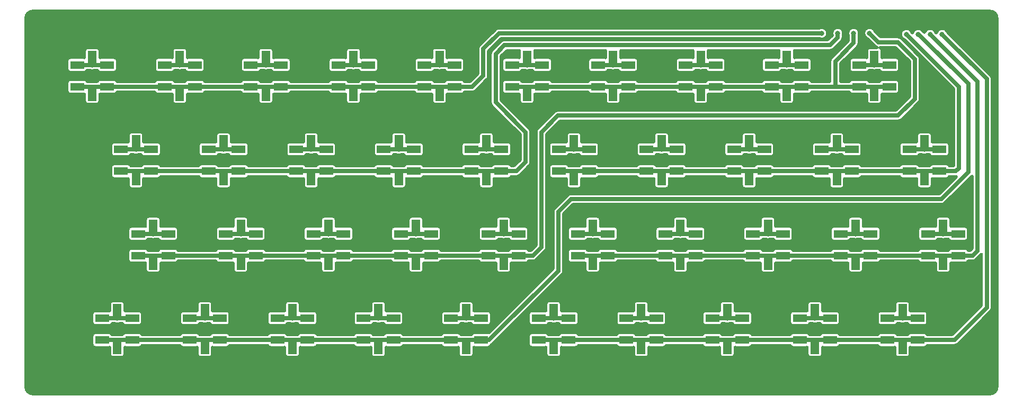
<source format=gbr>
G04 GENERATED BY PULSONIX 12.5 GERBER.DLL 9449*
G04 #@! TF.GenerationSoftware,Pulsonix,Pulsonix,12.5.9449*
G04 #@! TF.CreationDate,2024-10-25T20:20:25--1:00*
G04 #@! TF.Part,Single*
%FSLAX35Y35*%
%LPD*%
%MOMM*%
G04 #@! TF.FileFunction,Copper,L1,Top*
G04 #@! TF.FilePolarity,Positive*
G04 #@! TA.AperFunction,OtherCopper,Copper*
%ADD10C,0.50000*%
G04 #@! TA.AperFunction,ViaPad*
%ADD12C,0.80000*%
G04 #@! TA.AperFunction,Conductor*
%ADD13C,0.63500*%
G04 #@! TA.AperFunction,ViaPad*
%ADD86C,0.70000*%
G04 #@! TA.AperFunction,SMDPad,CuDef*
%ADD100R,2.20000X1.30000*%
%ADD111R,1.40000X2.00000*%
G04 #@! TD.AperFunction*
X0Y0D02*
D02*
D10*
X815800Y6650000D02*
Y750000D01*
G75*
G03*
X925000Y640800I109200J0D01*
G01*
X16225000D01*
G75*
G03*
X16334200Y750000I0J109200D01*
G01*
Y6650000D01*
G75*
G03*
X16225000Y6759200I-109200J0D01*
G01*
X925000D01*
G75*
G03*
X815800Y6650000I0J-109200D01*
G01*
X1470000Y5615000D02*
G75*
G02*
X1525000Y5670000I55000J0D01*
G01*
X1745000D01*
G75*
G02*
X1795517Y5636750I0J-55000D01*
G01*
X1954483D01*
G75*
G02*
X2005000Y5670000I50517J-21750D01*
G01*
X2225000D01*
G75*
G02*
X2275517Y5636750I0J-55000D01*
G01*
X2874483D01*
G75*
G02*
X2925000Y5670000I50517J-21750D01*
G01*
X3145000D01*
G75*
G02*
X3195517Y5636750I0J-55000D01*
G01*
X3354483D01*
G75*
G02*
X3405000Y5670000I50517J-21750D01*
G01*
X3625000D01*
G75*
G02*
X3675517Y5636750I0J-55000D01*
G01*
X4249483D01*
G75*
G02*
X4300000Y5670000I50517J-21750D01*
G01*
X4520000D01*
G75*
G02*
X4570517Y5636750I0J-55000D01*
G01*
X4729483D01*
G75*
G02*
X4780000Y5670000I50517J-21750D01*
G01*
X5000000D01*
G75*
G02*
X5050517Y5636750I0J-55000D01*
G01*
X5649483D01*
G75*
G02*
X5700000Y5670000I50517J-21750D01*
G01*
X5920000D01*
G75*
G02*
X5970517Y5636750I0J-55000D01*
G01*
X6129483D01*
G75*
G02*
X6180000Y5670000I50517J-21750D01*
G01*
X6400000D01*
G75*
G02*
X6450517Y5636750I0J-55000D01*
G01*
X7024483D01*
G75*
G02*
X7075000Y5670000I50517J-21750D01*
G01*
X7295000D01*
G75*
G02*
X7345517Y5636750I0J-55000D01*
G01*
X7504483D01*
G75*
G02*
X7555000Y5670000I50517J-21750D01*
G01*
X7775000D01*
G75*
G02*
X7825517Y5636750I0J-55000D01*
G01*
X7912806D01*
X8038250Y5762194D01*
Y6155654D01*
G75*
G02*
X8063658Y6217342I86750J346D01*
G01*
X8313658Y6467342D01*
G75*
G02*
X8375346Y6492750I61342J-61342D01*
G01*
X13497277D01*
G75*
G02*
X13631000Y6406000I38723J-86750D01*
G01*
G75*
G02*
X13497277Y6319250I-95000J0D01*
G01*
X8410934D01*
X8211750Y6120066D01*
Y5726606D01*
G75*
G02*
X8186342Y5664918I-86750J-346D01*
G01*
X8010082Y5488658D01*
G75*
G02*
X7948394Y5463250I-61342J61342D01*
G01*
X7825517D01*
G75*
G02*
X7775000Y5430000I-50517J21750D01*
G01*
X7555000D01*
G75*
G02*
X7550000Y5430228I3J55000D01*
G01*
Y5325000D01*
G75*
G02*
X7495000Y5270000I-55000J0D01*
G01*
X7355000D01*
G75*
G02*
X7300000Y5325000I0J55000D01*
G01*
Y5430228D01*
G75*
G02*
X7295000Y5430000I-5003J54772D01*
G01*
X7075000D01*
G75*
G02*
X7024483Y5463250I0J55000D01*
G01*
X6450517D01*
G75*
G02*
X6400000Y5430000I-50517J21750D01*
G01*
X6180000D01*
G75*
G02*
X6175000Y5430228I3J55000D01*
G01*
Y5325000D01*
G75*
G02*
X6120000Y5270000I-55000J0D01*
G01*
X5980000D01*
G75*
G02*
X5925000Y5325000I0J55000D01*
G01*
Y5430228D01*
G75*
G02*
X5920000Y5430000I-5003J54772D01*
G01*
X5700000D01*
G75*
G02*
X5649483Y5463250I0J55000D01*
G01*
X5050517D01*
G75*
G02*
X5000000Y5430000I-50517J21750D01*
G01*
X4780000D01*
G75*
G02*
X4775000Y5430228I3J55000D01*
G01*
Y5325000D01*
G75*
G02*
X4720000Y5270000I-55000J0D01*
G01*
X4580000D01*
G75*
G02*
X4525000Y5325000I0J55000D01*
G01*
Y5430228D01*
G75*
G02*
X4520000Y5430000I-5003J54772D01*
G01*
X4300000D01*
G75*
G02*
X4249483Y5463250I0J55000D01*
G01*
X3675517D01*
G75*
G02*
X3625000Y5430000I-50517J21750D01*
G01*
X3405000D01*
G75*
G02*
X3400000Y5430228I3J55000D01*
G01*
Y5325000D01*
G75*
G02*
X3345000Y5270000I-55000J0D01*
G01*
X3205000D01*
G75*
G02*
X3150000Y5325000I0J55000D01*
G01*
Y5430228D01*
G75*
G02*
X3145000Y5430000I-5003J54772D01*
G01*
X2925000D01*
G75*
G02*
X2874483Y5463250I0J55000D01*
G01*
X2275517D01*
G75*
G02*
X2225000Y5430000I-50517J21750D01*
G01*
X2005000D01*
G75*
G02*
X2000000Y5430228I3J55000D01*
G01*
Y5325000D01*
G75*
G02*
X1945000Y5270000I-55000J0D01*
G01*
X1805000D01*
G75*
G02*
X1750000Y5325000I0J55000D01*
G01*
Y5430228D01*
G75*
G02*
X1745000Y5430000I-5003J54772D01*
G01*
X1525000D01*
G75*
G02*
X1470000Y5485000I0J55000D01*
G01*
Y5615000D01*
X8236750Y5301596D02*
Y6073904D01*
G75*
G02*
X8262158Y6135592I86750J346D01*
G01*
X8403658Y6277092D01*
G75*
G02*
X8465346Y6302500I61342J-61342D01*
G01*
X13629816D01*
X13700822Y6373506D01*
G75*
G02*
X13695000Y6406250I89178J32746D01*
G01*
G75*
G02*
X13885000I95000J0D01*
G01*
G75*
G02*
X13876750Y6367527I-95000J0D01*
G01*
Y6340346D01*
G75*
G02*
X13851342Y6278658I-86750J-346D01*
G01*
X13727092Y6154408D01*
G75*
G02*
X13665404Y6129000I-61342J61342D01*
G01*
X13099854D01*
G75*
G02*
X13100000Y6125000I-54854J-4005D01*
G01*
Y6019772D01*
G75*
G02*
X13105000Y6020000I5003J-54772D01*
G01*
X13325000D01*
G75*
G02*
X13380000Y5965000I0J-55000D01*
G01*
Y5835000D01*
G75*
G02*
X13325000Y5780000I-55000J0D01*
G01*
X13105000D01*
G75*
G02*
X13054483Y5813250I0J55000D01*
G01*
X13013723D01*
G75*
G02*
X12936277I-38723J86750D01*
G01*
X12895517D01*
G75*
G02*
X12845000Y5780000I-50517J21750D01*
G01*
X12625000D01*
G75*
G02*
X12570000Y5835000I0J55000D01*
G01*
Y5965000D01*
G75*
G02*
X12625000Y6020000I55000J0D01*
G01*
X12845000D01*
G75*
G02*
X12850000Y6019772I-3J-55000D01*
G01*
Y6125000D01*
G75*
G02*
X12850146Y6129000I55000J-5D01*
G01*
X11724854D01*
G75*
G02*
X11725000Y6125000I-54854J-4005D01*
G01*
Y6019772D01*
G75*
G02*
X11730000Y6020000I5003J-54772D01*
G01*
X11950000D01*
G75*
G02*
X12005000Y5965000I0J-55000D01*
G01*
Y5835000D01*
G75*
G02*
X11950000Y5780000I-55000J0D01*
G01*
X11730000D01*
G75*
G02*
X11679483Y5813250I0J55000D01*
G01*
X11638723D01*
G75*
G02*
X11561277I-38723J86750D01*
G01*
X11520517D01*
G75*
G02*
X11470000Y5780000I-50517J21750D01*
G01*
X11250000D01*
G75*
G02*
X11195000Y5835000I0J55000D01*
G01*
Y5965000D01*
G75*
G02*
X11250000Y6020000I55000J0D01*
G01*
X11470000D01*
G75*
G02*
X11475000Y6019772I-3J-55000D01*
G01*
Y6125000D01*
G75*
G02*
X11475146Y6129000I55000J-5D01*
G01*
X10324854D01*
G75*
G02*
X10325000Y6125000I-54854J-4005D01*
G01*
Y6019772D01*
G75*
G02*
X10330000Y6020000I5003J-54772D01*
G01*
X10550000D01*
G75*
G02*
X10605000Y5965000I0J-55000D01*
G01*
Y5835000D01*
G75*
G02*
X10550000Y5780000I-55000J0D01*
G01*
X10330000D01*
G75*
G02*
X10279483Y5813250I0J55000D01*
G01*
X10238723D01*
G75*
G02*
X10161277I-38723J86750D01*
G01*
X10120517D01*
G75*
G02*
X10070000Y5780000I-50517J21750D01*
G01*
X9850000D01*
G75*
G02*
X9795000Y5835000I0J55000D01*
G01*
Y5965000D01*
G75*
G02*
X9850000Y6020000I55000J0D01*
G01*
X10070000D01*
G75*
G02*
X10075000Y6019772I-3J-55000D01*
G01*
Y6125000D01*
G75*
G02*
X10075146Y6129000I55000J-5D01*
G01*
X8949854D01*
G75*
G02*
X8950000Y6125000I-54854J-4005D01*
G01*
Y6019772D01*
G75*
G02*
X8955000Y6020000I5003J-54772D01*
G01*
X9175000D01*
G75*
G02*
X9230000Y5965000I0J-55000D01*
G01*
Y5835000D01*
G75*
G02*
X9175000Y5780000I-55000J0D01*
G01*
X8955000D01*
G75*
G02*
X8904483Y5813250I0J55000D01*
G01*
X8863723D01*
G75*
G02*
X8786277I-38723J86750D01*
G01*
X8745517D01*
G75*
G02*
X8695000Y5780000I-50517J21750D01*
G01*
X8475000D01*
G75*
G02*
X8420000Y5835000I0J55000D01*
G01*
Y5965000D01*
G75*
G02*
X8475000Y6020000I55000J0D01*
G01*
X8695000D01*
G75*
G02*
X8700000Y6019772I-3J-55000D01*
G01*
Y6125000D01*
G75*
G02*
X8700146Y6129000I55000J-5D01*
G01*
X8500934D01*
X8410250Y6038316D01*
Y5337184D01*
X8861092Y4886342D01*
G75*
G02*
X8886500Y4824654I-61342J-61342D01*
G01*
Y4347221D01*
G75*
G02*
X8861092Y4285533I-86750J-346D01*
G01*
X8714217Y4138658D01*
G75*
G02*
X8652529Y4113250I-61342J61342D01*
G01*
X8575517D01*
G75*
G02*
X8525000Y4080000I-50517J21750D01*
G01*
X8305000D01*
G75*
G02*
X8300000Y4080228I3J55000D01*
G01*
Y3975000D01*
G75*
G02*
X8245000Y3920000I-55000J0D01*
G01*
X8105000D01*
G75*
G02*
X8050000Y3975000I0J55000D01*
G01*
Y4080228D01*
G75*
G02*
X8045000Y4080000I-5003J54772D01*
G01*
X7825000D01*
G75*
G02*
X7774483Y4113250I0J55000D01*
G01*
X7175517D01*
G75*
G02*
X7125000Y4080000I-50517J21750D01*
G01*
X6905000D01*
G75*
G02*
X6900000Y4080228I3J55000D01*
G01*
Y3975000D01*
G75*
G02*
X6845000Y3920000I-55000J0D01*
G01*
X6705000D01*
G75*
G02*
X6650000Y3975000I0J55000D01*
G01*
Y4080228D01*
G75*
G02*
X6645000Y4080000I-5003J54772D01*
G01*
X6425000D01*
G75*
G02*
X6374483Y4113250I0J55000D01*
G01*
X5775517D01*
G75*
G02*
X5725000Y4080000I-50517J21750D01*
G01*
X5505000D01*
G75*
G02*
X5500000Y4080228I3J55000D01*
G01*
Y3975000D01*
G75*
G02*
X5445000Y3920000I-55000J0D01*
G01*
X5305000D01*
G75*
G02*
X5250000Y3975000I0J55000D01*
G01*
Y4080228D01*
G75*
G02*
X5245000Y4080000I-5003J54772D01*
G01*
X5025000D01*
G75*
G02*
X4974483Y4113250I0J55000D01*
G01*
X4375517D01*
G75*
G02*
X4325000Y4080000I-50517J21750D01*
G01*
X4105000D01*
G75*
G02*
X4100000Y4080228I3J55000D01*
G01*
Y3975000D01*
G75*
G02*
X4045000Y3920000I-55000J0D01*
G01*
X3905000D01*
G75*
G02*
X3850000Y3975000I0J55000D01*
G01*
Y4080228D01*
G75*
G02*
X3845000Y4080000I-5003J54772D01*
G01*
X3625000D01*
G75*
G02*
X3574483Y4113250I0J55000D01*
G01*
X2975517D01*
G75*
G02*
X2925000Y4080000I-50517J21750D01*
G01*
X2705000D01*
G75*
G02*
X2700000Y4080228I3J55000D01*
G01*
Y3975000D01*
G75*
G02*
X2645000Y3920000I-55000J0D01*
G01*
X2505000D01*
G75*
G02*
X2450000Y3975000I0J55000D01*
G01*
Y4080228D01*
G75*
G02*
X2445000Y4080000I-5003J54772D01*
G01*
X2225000D01*
G75*
G02*
X2170000Y4135000I0J55000D01*
G01*
Y4265000D01*
G75*
G02*
X2225000Y4320000I55000J0D01*
G01*
X2445000D01*
G75*
G02*
X2495517Y4286750I0J-55000D01*
G01*
X2654483D01*
G75*
G02*
X2705000Y4320000I50517J-21750D01*
G01*
X2925000D01*
G75*
G02*
X2975517Y4286750I0J-55000D01*
G01*
X3574483D01*
G75*
G02*
X3625000Y4320000I50517J-21750D01*
G01*
X3845000D01*
G75*
G02*
X3895517Y4286750I0J-55000D01*
G01*
X4054483D01*
G75*
G02*
X4105000Y4320000I50517J-21750D01*
G01*
X4325000D01*
G75*
G02*
X4375517Y4286750I0J-55000D01*
G01*
X4974483D01*
G75*
G02*
X5025000Y4320000I50517J-21750D01*
G01*
X5245000D01*
G75*
G02*
X5295517Y4286750I0J-55000D01*
G01*
X5454483D01*
G75*
G02*
X5505000Y4320000I50517J-21750D01*
G01*
X5725000D01*
G75*
G02*
X5775517Y4286750I0J-55000D01*
G01*
X6374483D01*
G75*
G02*
X6425000Y4320000I50517J-21750D01*
G01*
X6645000D01*
G75*
G02*
X6695517Y4286750I0J-55000D01*
G01*
X6854483D01*
G75*
G02*
X6905000Y4320000I50517J-21750D01*
G01*
X7125000D01*
G75*
G02*
X7175517Y4286750I0J-55000D01*
G01*
X7774483D01*
G75*
G02*
X7825000Y4320000I50517J-21750D01*
G01*
X8045000D01*
G75*
G02*
X8095517Y4286750I0J-55000D01*
G01*
X8254483D01*
G75*
G02*
X8305000Y4320000I50517J-21750D01*
G01*
X8525000D01*
G75*
G02*
X8575517Y4286750I0J-55000D01*
G01*
X8616941D01*
X8713000Y4382809D01*
Y4789066D01*
X8262158Y5239908D01*
G75*
G02*
X8236750Y5301596I61342J61342D01*
G01*
X13688658Y6017342D02*
X13957250Y6285934D01*
Y6367527D01*
G75*
G02*
X13949000Y6406250I86750J38723D01*
G01*
G75*
G02*
X14139000I95000J0D01*
G01*
G75*
G02*
X14130750Y6367527I-95000J0D01*
G01*
Y6250346D01*
G75*
G02*
X14105342Y6188658I-86750J-346D01*
G01*
X13836750Y5920066D01*
Y5636750D01*
X13974483D01*
G75*
G02*
X14025000Y5670000I50517J-21750D01*
G01*
X14245000D01*
G75*
G02*
X14295517Y5636750I0J-55000D01*
G01*
X14454483D01*
G75*
G02*
X14505000Y5670000I50517J-21750D01*
G01*
X14725000D01*
G75*
G02*
X14780000Y5615000I0J-55000D01*
G01*
Y5485000D01*
G75*
G02*
X14725000Y5430000I-55000J0D01*
G01*
X14505000D01*
G75*
G02*
X14500000Y5430228I3J55000D01*
G01*
Y5325000D01*
G75*
G02*
X14445000Y5270000I-55000J0D01*
G01*
X14305000D01*
G75*
G02*
X14250000Y5325000I0J55000D01*
G01*
Y5430228D01*
G75*
G02*
X14245000Y5430000I-5003J54772D01*
G01*
X14025000D01*
G75*
G02*
X13974483Y5463250I0J55000D01*
G01*
X13758547D01*
G75*
G02*
X13741453I-8547J86750D01*
G01*
X13375517D01*
G75*
G02*
X13325000Y5430000I-50517J21750D01*
G01*
X13105000D01*
G75*
G02*
X13100000Y5430228I3J55000D01*
G01*
Y5325000D01*
G75*
G02*
X13045000Y5270000I-55000J0D01*
G01*
X12905000D01*
G75*
G02*
X12850000Y5325000I0J55000D01*
G01*
Y5430228D01*
G75*
G02*
X12845000Y5430000I-5003J54772D01*
G01*
X12625000D01*
G75*
G02*
X12574483Y5463250I0J55000D01*
G01*
X12000517D01*
G75*
G02*
X11950000Y5430000I-50517J21750D01*
G01*
X11730000D01*
G75*
G02*
X11725000Y5430228I3J55000D01*
G01*
Y5325000D01*
G75*
G02*
X11670000Y5270000I-55000J0D01*
G01*
X11530000D01*
G75*
G02*
X11475000Y5325000I0J55000D01*
G01*
Y5430228D01*
G75*
G02*
X11470000Y5430000I-5003J54772D01*
G01*
X11250000D01*
G75*
G02*
X11199483Y5463250I0J55000D01*
G01*
X10600517D01*
G75*
G02*
X10550000Y5430000I-50517J21750D01*
G01*
X10330000D01*
G75*
G02*
X10325000Y5430228I3J55000D01*
G01*
Y5325000D01*
G75*
G02*
X10270000Y5270000I-55000J0D01*
G01*
X10130000D01*
G75*
G02*
X10075000Y5325000I0J55000D01*
G01*
Y5430228D01*
G75*
G02*
X10070000Y5430000I-5003J54772D01*
G01*
X9850000D01*
G75*
G02*
X9799483Y5463250I0J55000D01*
G01*
X9225517D01*
G75*
G02*
X9175000Y5430000I-50517J21750D01*
G01*
X8955000D01*
G75*
G02*
X8950000Y5430228I3J55000D01*
G01*
Y5325000D01*
G75*
G02*
X8895000Y5270000I-55000J0D01*
G01*
X8755000D01*
G75*
G02*
X8700000Y5325000I0J55000D01*
G01*
Y5430228D01*
G75*
G02*
X8695000Y5430000I-5003J54772D01*
G01*
X8475000D01*
G75*
G02*
X8420000Y5485000I0J55000D01*
G01*
Y5615000D01*
G75*
G02*
X8475000Y5670000I55000J0D01*
G01*
X8695000D01*
G75*
G02*
X8745517Y5636750I0J-55000D01*
G01*
X8904483D01*
G75*
G02*
X8955000Y5670000I50517J-21750D01*
G01*
X9175000D01*
G75*
G02*
X9225517Y5636750I0J-55000D01*
G01*
X9799483D01*
G75*
G02*
X9850000Y5670000I50517J-21750D01*
G01*
X10070000D01*
G75*
G02*
X10120517Y5636750I0J-55000D01*
G01*
X10279483D01*
G75*
G02*
X10330000Y5670000I50517J-21750D01*
G01*
X10550000D01*
G75*
G02*
X10600517Y5636750I0J-55000D01*
G01*
X11199483D01*
G75*
G02*
X11250000Y5670000I50517J-21750D01*
G01*
X11470000D01*
G75*
G02*
X11520517Y5636750I0J-55000D01*
G01*
X11679483D01*
G75*
G02*
X11730000Y5670000I50517J-21750D01*
G01*
X11950000D01*
G75*
G02*
X12000517Y5636750I0J-55000D01*
G01*
X12574483D01*
G75*
G02*
X12625000Y5670000I50517J-21750D01*
G01*
X12845000D01*
G75*
G02*
X12895517Y5636750I0J-55000D01*
G01*
X13054483D01*
G75*
G02*
X13105000Y5670000I50517J-21750D01*
G01*
X13325000D01*
G75*
G02*
X13375517Y5636750I0J-55000D01*
G01*
X13663250D01*
Y5955654D01*
G75*
G02*
X13688658Y6017342I86750J346D01*
G01*
X13970000Y5965000D02*
G75*
G02*
X14025000Y6020000I55000J0D01*
G01*
X14245000D01*
G75*
G02*
X14250000Y6019772I-3J-55000D01*
G01*
Y6125000D01*
G75*
G02*
X14305000Y6180000I55000J0D01*
G01*
X14416911D01*
G75*
G02*
X14379533Y6202033I23964J83375D01*
G01*
X14264038Y6317528D01*
G75*
G02*
X14203000Y6406250I33962J88722D01*
G01*
G75*
G02*
X14386722Y6440212I95000J0D01*
G01*
X14476809Y6350125D01*
X14749654D01*
G75*
G02*
X14811342Y6324717I346J-86750D01*
G01*
X15086342Y6049717D01*
G75*
G02*
X15111750Y5988029I-61342J-61342D01*
G01*
Y5358846D01*
G75*
G02*
X15086342Y5297158I-86750J-346D01*
G01*
X14816467Y5027283D01*
G75*
G02*
X14754779Y5001875I-61342J61342D01*
G01*
X9353309D01*
X9140500Y4789066D01*
Y2984346D01*
G75*
G02*
X9115092Y2922658I-86750J-346D01*
G01*
X8981092Y2788658D01*
G75*
G02*
X8919404Y2763250I-61342J61342D01*
G01*
X8850517D01*
G75*
G02*
X8800000Y2730000I-50517J21750D01*
G01*
X8580000D01*
G75*
G02*
X8575000Y2730228I3J55000D01*
G01*
Y2625000D01*
G75*
G02*
X8520000Y2570000I-55000J0D01*
G01*
X8380000D01*
G75*
G02*
X8325000Y2625000I0J55000D01*
G01*
Y2730228D01*
G75*
G02*
X8320000Y2730000I-5003J54772D01*
G01*
X8100000D01*
G75*
G02*
X8049483Y2763250I0J55000D01*
G01*
X7450517D01*
G75*
G02*
X7400000Y2730000I-50517J21750D01*
G01*
X7180000D01*
G75*
G02*
X7175000Y2730228I3J55000D01*
G01*
Y2625000D01*
G75*
G02*
X7120000Y2570000I-55000J0D01*
G01*
X6980000D01*
G75*
G02*
X6925000Y2625000I0J55000D01*
G01*
Y2730228D01*
G75*
G02*
X6920000Y2730000I-5003J54772D01*
G01*
X6700000D01*
G75*
G02*
X6649483Y2763250I0J55000D01*
G01*
X6050517D01*
G75*
G02*
X6000000Y2730000I-50517J21750D01*
G01*
X5780000D01*
G75*
G02*
X5775000Y2730228I3J55000D01*
G01*
Y2625000D01*
G75*
G02*
X5720000Y2570000I-55000J0D01*
G01*
X5580000D01*
G75*
G02*
X5525000Y2625000I0J55000D01*
G01*
Y2730228D01*
G75*
G02*
X5520000Y2730000I-5003J54772D01*
G01*
X5300000D01*
G75*
G02*
X5249483Y2763250I0J55000D01*
G01*
X4650517D01*
G75*
G02*
X4600000Y2730000I-50517J21750D01*
G01*
X4380000D01*
G75*
G02*
X4375000Y2730228I3J55000D01*
G01*
Y2625000D01*
G75*
G02*
X4320000Y2570000I-55000J0D01*
G01*
X4180000D01*
G75*
G02*
X4125000Y2625000I0J55000D01*
G01*
Y2730228D01*
G75*
G02*
X4120000Y2730000I-5003J54772D01*
G01*
X3900000D01*
G75*
G02*
X3849483Y2763250I0J55000D01*
G01*
X3250517D01*
G75*
G02*
X3200000Y2730000I-50517J21750D01*
G01*
X2980000D01*
G75*
G02*
X2975000Y2730228I3J55000D01*
G01*
Y2625000D01*
G75*
G02*
X2920000Y2570000I-55000J0D01*
G01*
X2780000D01*
G75*
G02*
X2725000Y2625000I0J55000D01*
G01*
Y2730228D01*
G75*
G02*
X2720000Y2730000I-5003J54772D01*
G01*
X2500000D01*
G75*
G02*
X2445000Y2785000I0J55000D01*
G01*
Y2915000D01*
G75*
G02*
X2500000Y2970000I55000J0D01*
G01*
X2720000D01*
G75*
G02*
X2770517Y2936750I0J-55000D01*
G01*
X2929483D01*
G75*
G02*
X2980000Y2970000I50517J-21750D01*
G01*
X3200000D01*
G75*
G02*
X3250517Y2936750I0J-55000D01*
G01*
X3849483D01*
G75*
G02*
X3900000Y2970000I50517J-21750D01*
G01*
X4120000D01*
G75*
G02*
X4170517Y2936750I0J-55000D01*
G01*
X4329483D01*
G75*
G02*
X4380000Y2970000I50517J-21750D01*
G01*
X4600000D01*
G75*
G02*
X4650517Y2936750I0J-55000D01*
G01*
X5249483D01*
G75*
G02*
X5300000Y2970000I50517J-21750D01*
G01*
X5520000D01*
G75*
G02*
X5570517Y2936750I0J-55000D01*
G01*
X5729483D01*
G75*
G02*
X5780000Y2970000I50517J-21750D01*
G01*
X6000000D01*
G75*
G02*
X6050517Y2936750I0J-55000D01*
G01*
X6649483D01*
G75*
G02*
X6700000Y2970000I50517J-21750D01*
G01*
X6920000D01*
G75*
G02*
X6970517Y2936750I0J-55000D01*
G01*
X7129483D01*
G75*
G02*
X7180000Y2970000I50517J-21750D01*
G01*
X7400000D01*
G75*
G02*
X7450517Y2936750I0J-55000D01*
G01*
X8049483D01*
G75*
G02*
X8100000Y2970000I50517J-21750D01*
G01*
X8320000D01*
G75*
G02*
X8370517Y2936750I0J-55000D01*
G01*
X8529483D01*
G75*
G02*
X8580000Y2970000I50517J-21750D01*
G01*
X8800000D01*
G75*
G02*
X8850517Y2936750I0J-55000D01*
G01*
X8883816D01*
X8967000Y3019934D01*
Y4824654D01*
G75*
G02*
X8992408Y4886342I86750J346D01*
G01*
X9256033Y5149967D01*
G75*
G02*
X9317721Y5175375I61342J-61342D01*
G01*
X14719191D01*
X14938250Y5394434D01*
Y5952441D01*
X14714066Y6176625D01*
X14463970D01*
G75*
G02*
X14500000Y6125000I-18970J-51625D01*
G01*
Y6019772D01*
G75*
G02*
X14505000Y6020000I5003J-54772D01*
G01*
X14725000D01*
G75*
G02*
X14780000Y5965000I0J-55000D01*
G01*
Y5835000D01*
G75*
G02*
X14725000Y5780000I-55000J0D01*
G01*
X14505000D01*
G75*
G02*
X14454483Y5813250I0J55000D01*
G01*
X14413723D01*
G75*
G02*
X14336277I-38723J86750D01*
G01*
X14295517D01*
G75*
G02*
X14245000Y5780000I-50517J21750D01*
G01*
X14025000D01*
G75*
G02*
X13970000Y5835000I0J55000D01*
G01*
Y5965000D01*
X14770000Y4615000D02*
G75*
G02*
X14825000Y4670000I55000J0D01*
G01*
X15045000D01*
G75*
G02*
X15050000Y4669772I-3J-55000D01*
G01*
Y4775000D01*
G75*
G02*
X15105000Y4830000I55000J0D01*
G01*
X15245000D01*
G75*
G02*
X15300000Y4775000I0J-55000D01*
G01*
Y4669772D01*
G75*
G02*
X15305000Y4670000I5003J-54772D01*
G01*
X15525000D01*
G75*
G02*
X15580000Y4615000I0J-55000D01*
G01*
Y4485000D01*
G75*
G02*
X15525000Y4430000I-55000J0D01*
G01*
X15305000D01*
G75*
G02*
X15254483Y4463250I0J55000D01*
G01*
X15213723D01*
G75*
G02*
X15136277I-38723J86750D01*
G01*
X15095517D01*
G75*
G02*
X15045000Y4430000I-50517J21750D01*
G01*
X14825000D01*
G75*
G02*
X14770000Y4485000I0J55000D01*
G01*
Y4615000D01*
X10570000D02*
G75*
G02*
X10625000Y4670000I55000J0D01*
G01*
X10845000D01*
G75*
G02*
X10850000Y4669772I-3J-55000D01*
G01*
Y4775000D01*
G75*
G02*
X10905000Y4830000I55000J0D01*
G01*
X11045000D01*
G75*
G02*
X11100000Y4775000I0J-55000D01*
G01*
Y4669772D01*
G75*
G02*
X11105000Y4670000I5003J-54772D01*
G01*
X11325000D01*
G75*
G02*
X11380000Y4615000I0J-55000D01*
G01*
Y4485000D01*
G75*
G02*
X11325000Y4430000I-55000J0D01*
G01*
X11105000D01*
G75*
G02*
X11054483Y4463250I0J55000D01*
G01*
X11013723D01*
G75*
G02*
X10936277I-38723J86750D01*
G01*
X10895517D01*
G75*
G02*
X10845000Y4430000I-50517J21750D01*
G01*
X10625000D01*
G75*
G02*
X10570000Y4485000I0J55000D01*
G01*
Y4615000D01*
X11970000D02*
G75*
G02*
X12025000Y4670000I55000J0D01*
G01*
X12245000D01*
G75*
G02*
X12250000Y4669772I-3J-55000D01*
G01*
Y4775000D01*
G75*
G02*
X12305000Y4830000I55000J0D01*
G01*
X12445000D01*
G75*
G02*
X12500000Y4775000I0J-55000D01*
G01*
Y4669772D01*
G75*
G02*
X12505000Y4670000I5003J-54772D01*
G01*
X12725000D01*
G75*
G02*
X12780000Y4615000I0J-55000D01*
G01*
Y4485000D01*
G75*
G02*
X12725000Y4430000I-55000J0D01*
G01*
X12505000D01*
G75*
G02*
X12454483Y4463250I0J55000D01*
G01*
X12413723D01*
G75*
G02*
X12336277I-38723J86750D01*
G01*
X12295517D01*
G75*
G02*
X12245000Y4430000I-50517J21750D01*
G01*
X12025000D01*
G75*
G02*
X11970000Y4485000I0J55000D01*
G01*
Y4615000D01*
X13370000D02*
G75*
G02*
X13425000Y4670000I55000J0D01*
G01*
X13645000D01*
G75*
G02*
X13650000Y4669772I-3J-55000D01*
G01*
Y4775000D01*
G75*
G02*
X13705000Y4830000I55000J0D01*
G01*
X13845000D01*
G75*
G02*
X13900000Y4775000I0J-55000D01*
G01*
Y4669772D01*
G75*
G02*
X13905000Y4670000I5003J-54772D01*
G01*
X14125000D01*
G75*
G02*
X14180000Y4615000I0J-55000D01*
G01*
Y4485000D01*
G75*
G02*
X14125000Y4430000I-55000J0D01*
G01*
X13905000D01*
G75*
G02*
X13854483Y4463250I0J55000D01*
G01*
X13813723D01*
G75*
G02*
X13736277I-38723J86750D01*
G01*
X13695517D01*
G75*
G02*
X13645000Y4430000I-50517J21750D01*
G01*
X13425000D01*
G75*
G02*
X13370000Y4485000I0J55000D01*
G01*
Y4615000D01*
X9170000Y4265000D02*
G75*
G02*
X9225000Y4320000I55000J0D01*
G01*
X9445000D01*
G75*
G02*
X9495517Y4286750I0J-55000D01*
G01*
X9654483D01*
G75*
G02*
X9705000Y4320000I50517J-21750D01*
G01*
X9925000D01*
G75*
G02*
X9975517Y4286750I0J-55000D01*
G01*
X10574483D01*
G75*
G02*
X10625000Y4320000I50517J-21750D01*
G01*
X10845000D01*
G75*
G02*
X10895517Y4286750I0J-55000D01*
G01*
X11054483D01*
G75*
G02*
X11105000Y4320000I50517J-21750D01*
G01*
X11325000D01*
G75*
G02*
X11375517Y4286750I0J-55000D01*
G01*
X11974483D01*
G75*
G02*
X12025000Y4320000I50517J-21750D01*
G01*
X12245000D01*
G75*
G02*
X12295517Y4286750I0J-55000D01*
G01*
X12454483D01*
G75*
G02*
X12505000Y4320000I50517J-21750D01*
G01*
X12725000D01*
G75*
G02*
X12775517Y4286750I0J-55000D01*
G01*
X13374483D01*
G75*
G02*
X13425000Y4320000I50517J-21750D01*
G01*
X13645000D01*
G75*
G02*
X13695517Y4286750I0J-55000D01*
G01*
X13854483D01*
G75*
G02*
X13905000Y4320000I50517J-21750D01*
G01*
X14125000D01*
G75*
G02*
X14175517Y4286750I0J-55000D01*
G01*
X14774483D01*
G75*
G02*
X14825000Y4320000I50517J-21750D01*
G01*
X15045000D01*
G75*
G02*
X15095517Y4286750I0J-55000D01*
G01*
X15254483D01*
G75*
G02*
X15305000Y4320000I50517J-21750D01*
G01*
X15525000D01*
G75*
G02*
X15575517Y4286750I0J-55000D01*
G01*
X15638250D01*
Y5514066D01*
X14850098Y6302218D01*
G75*
G02*
X14790500Y6390375I35402J88157D01*
G01*
G75*
G02*
X14974744Y6422940I95000J0D01*
G01*
X14983602Y6414082D01*
G75*
G02*
X15158392Y6439292I92398J-22082D01*
G01*
X15176193Y6421491D01*
G75*
G02*
X15355222Y6425962I90307J-29491D01*
G01*
X15365898Y6415286D01*
G75*
G02*
X15546722Y6425962I92102J-23286D01*
G01*
X16233842Y5738842D01*
G75*
G02*
X16259250Y5677154I-61342J-61342D01*
G01*
Y2018346D01*
G75*
G02*
X16233842Y1956658I-86750J-346D01*
G01*
X15715842Y1438658D01*
G75*
G02*
X15654154Y1413250I-61342J61342D01*
G01*
X15225517D01*
G75*
G02*
X15175000Y1380000I-50517J21750D01*
G01*
X14955000D01*
G75*
G02*
X14950000Y1380228I3J55000D01*
G01*
Y1275000D01*
G75*
G02*
X14895000Y1220000I-55000J0D01*
G01*
X14755000D01*
G75*
G02*
X14700000Y1275000I0J55000D01*
G01*
Y1380228D01*
G75*
G02*
X14695000Y1380000I-5003J54772D01*
G01*
X14475000D01*
G75*
G02*
X14424483Y1413250I0J55000D01*
G01*
X13825517D01*
G75*
G02*
X13775000Y1380000I-50517J21750D01*
G01*
X13555000D01*
G75*
G02*
X13550000Y1380228I3J55000D01*
G01*
Y1275000D01*
G75*
G02*
X13495000Y1220000I-55000J0D01*
G01*
X13355000D01*
G75*
G02*
X13300000Y1275000I0J55000D01*
G01*
Y1380228D01*
G75*
G02*
X13295000Y1380000I-5003J54772D01*
G01*
X13075000D01*
G75*
G02*
X13024483Y1413250I0J55000D01*
G01*
X12425517D01*
G75*
G02*
X12375000Y1380000I-50517J21750D01*
G01*
X12155000D01*
G75*
G02*
X12150000Y1380228I3J55000D01*
G01*
Y1275000D01*
G75*
G02*
X12095000Y1220000I-55000J0D01*
G01*
X11955000D01*
G75*
G02*
X11900000Y1275000I0J55000D01*
G01*
Y1380228D01*
G75*
G02*
X11895000Y1380000I-5003J54772D01*
G01*
X11675000D01*
G75*
G02*
X11624483Y1413250I0J55000D01*
G01*
X11050517D01*
G75*
G02*
X11000000Y1380000I-50517J21750D01*
G01*
X10780000D01*
G75*
G02*
X10775000Y1380228I3J55000D01*
G01*
Y1275000D01*
G75*
G02*
X10720000Y1220000I-55000J0D01*
G01*
X10580000D01*
G75*
G02*
X10525000Y1275000I0J55000D01*
G01*
Y1380228D01*
G75*
G02*
X10520000Y1380000I-5003J54772D01*
G01*
X10300000D01*
G75*
G02*
X10249483Y1413250I0J55000D01*
G01*
X9650517D01*
G75*
G02*
X9600000Y1380000I-50517J21750D01*
G01*
X9380000D01*
G75*
G02*
X9375000Y1380228I3J55000D01*
G01*
Y1275000D01*
G75*
G02*
X9320000Y1220000I-55000J0D01*
G01*
X9180000D01*
G75*
G02*
X9125000Y1275000I0J55000D01*
G01*
Y1380228D01*
G75*
G02*
X9120000Y1380000I-5003J54772D01*
G01*
X8900000D01*
G75*
G02*
X8845000Y1435000I0J55000D01*
G01*
Y1565000D01*
G75*
G02*
X8900000Y1620000I55000J0D01*
G01*
X9120000D01*
G75*
G02*
X9170517Y1586750I0J-55000D01*
G01*
X9329483D01*
G75*
G02*
X9380000Y1620000I50517J-21750D01*
G01*
X9600000D01*
G75*
G02*
X9650517Y1586750I0J-55000D01*
G01*
X10249483D01*
G75*
G02*
X10300000Y1620000I50517J-21750D01*
G01*
X10520000D01*
G75*
G02*
X10570517Y1586750I0J-55000D01*
G01*
X10729483D01*
G75*
G02*
X10780000Y1620000I50517J-21750D01*
G01*
X11000000D01*
G75*
G02*
X11050517Y1586750I0J-55000D01*
G01*
X11624483D01*
G75*
G02*
X11675000Y1620000I50517J-21750D01*
G01*
X11895000D01*
G75*
G02*
X11945517Y1586750I0J-55000D01*
G01*
X12104483D01*
G75*
G02*
X12155000Y1620000I50517J-21750D01*
G01*
X12375000D01*
G75*
G02*
X12425517Y1586750I0J-55000D01*
G01*
X13024483D01*
G75*
G02*
X13075000Y1620000I50517J-21750D01*
G01*
X13295000D01*
G75*
G02*
X13345517Y1586750I0J-55000D01*
G01*
X13504483D01*
G75*
G02*
X13555000Y1620000I50517J-21750D01*
G01*
X13775000D01*
G75*
G02*
X13825517Y1586750I0J-55000D01*
G01*
X14424483D01*
G75*
G02*
X14475000Y1620000I50517J-21750D01*
G01*
X14695000D01*
G75*
G02*
X14745517Y1586750I0J-55000D01*
G01*
X14904483D01*
G75*
G02*
X14955000Y1620000I50517J-21750D01*
G01*
X15175000D01*
G75*
G02*
X15225517Y1586750I0J-55000D01*
G01*
X15618566D01*
X16085750Y2053934D01*
Y2869605D01*
G75*
G02*
X16084217Y2868033I-62869J59776D01*
G01*
X16004842Y2788658D01*
G75*
G02*
X15943154Y2763250I-61342J61342D01*
G01*
X15875517D01*
G75*
G02*
X15825000Y2730000I-50517J21750D01*
G01*
X15605000D01*
G75*
G02*
X15600000Y2730228I3J55000D01*
G01*
Y2625000D01*
G75*
G02*
X15545000Y2570000I-55000J0D01*
G01*
X15405000D01*
G75*
G02*
X15350000Y2625000I0J55000D01*
G01*
Y2730228D01*
G75*
G02*
X15345000Y2730000I-5003J54772D01*
G01*
X15125000D01*
G75*
G02*
X15074483Y2763250I0J55000D01*
G01*
X14475517D01*
G75*
G02*
X14425000Y2730000I-50517J21750D01*
G01*
X14205000D01*
G75*
G02*
X14200000Y2730228I3J55000D01*
G01*
Y2625000D01*
G75*
G02*
X14145000Y2570000I-55000J0D01*
G01*
X14005000D01*
G75*
G02*
X13950000Y2625000I0J55000D01*
G01*
Y2730228D01*
G75*
G02*
X13945000Y2730000I-5003J54772D01*
G01*
X13725000D01*
G75*
G02*
X13674483Y2763250I0J55000D01*
G01*
X13075517D01*
G75*
G02*
X13025000Y2730000I-50517J21750D01*
G01*
X12805000D01*
G75*
G02*
X12800000Y2730228I3J55000D01*
G01*
Y2625000D01*
G75*
G02*
X12745000Y2570000I-55000J0D01*
G01*
X12605000D01*
G75*
G02*
X12550000Y2625000I0J55000D01*
G01*
Y2730228D01*
G75*
G02*
X12545000Y2730000I-5003J54772D01*
G01*
X12325000D01*
G75*
G02*
X12274483Y2763250I0J55000D01*
G01*
X11675517D01*
G75*
G02*
X11625000Y2730000I-50517J21750D01*
G01*
X11405000D01*
G75*
G02*
X11400000Y2730228I3J55000D01*
G01*
Y2625000D01*
G75*
G02*
X11345000Y2570000I-55000J0D01*
G01*
X11205000D01*
G75*
G02*
X11150000Y2625000I0J55000D01*
G01*
Y2730228D01*
G75*
G02*
X11145000Y2730000I-5003J54772D01*
G01*
X10925000D01*
G75*
G02*
X10874483Y2763250I0J55000D01*
G01*
X10275517D01*
G75*
G02*
X10225000Y2730000I-50517J21750D01*
G01*
X10005000D01*
G75*
G02*
X10000000Y2730228I3J55000D01*
G01*
Y2625000D01*
G75*
G02*
X9945000Y2570000I-55000J0D01*
G01*
X9805000D01*
G75*
G02*
X9750000Y2625000I0J55000D01*
G01*
Y2730228D01*
G75*
G02*
X9745000Y2730000I-5003J54772D01*
G01*
X9525000D01*
G75*
G02*
X9470000Y2785000I0J55000D01*
G01*
Y2915000D01*
G75*
G02*
X9525000Y2970000I55000J0D01*
G01*
X9745000D01*
G75*
G02*
X9795517Y2936750I0J-55000D01*
G01*
X9954483D01*
G75*
G02*
X10005000Y2970000I50517J-21750D01*
G01*
X10225000D01*
G75*
G02*
X10275517Y2936750I0J-55000D01*
G01*
X10874483D01*
G75*
G02*
X10925000Y2970000I50517J-21750D01*
G01*
X11145000D01*
G75*
G02*
X11195517Y2936750I0J-55000D01*
G01*
X11354483D01*
G75*
G02*
X11405000Y2970000I50517J-21750D01*
G01*
X11625000D01*
G75*
G02*
X11675517Y2936750I0J-55000D01*
G01*
X12274483D01*
G75*
G02*
X12325000Y2970000I50517J-21750D01*
G01*
X12545000D01*
G75*
G02*
X12595517Y2936750I0J-55000D01*
G01*
X12754483D01*
G75*
G02*
X12805000Y2970000I50517J-21750D01*
G01*
X13025000D01*
G75*
G02*
X13075517Y2936750I0J-55000D01*
G01*
X13674483D01*
G75*
G02*
X13725000Y2970000I50517J-21750D01*
G01*
X13945000D01*
G75*
G02*
X13995517Y2936750I0J-55000D01*
G01*
X14154483D01*
G75*
G02*
X14205000Y2970000I50517J-21750D01*
G01*
X14425000D01*
G75*
G02*
X14475517Y2936750I0J-55000D01*
G01*
X15074483D01*
G75*
G02*
X15125000Y2970000I50517J-21750D01*
G01*
X15345000D01*
G75*
G02*
X15395517Y2936750I0J-55000D01*
G01*
X15554483D01*
G75*
G02*
X15605000Y2970000I50517J-21750D01*
G01*
X15825000D01*
G75*
G02*
X15875517Y2936750I0J-55000D01*
G01*
X15907566D01*
X15936125Y2965309D01*
Y4122191D01*
X15507717Y3693783D01*
G75*
G02*
X15446029Y3668375I-61342J61342D01*
G01*
X9566059D01*
X9411750Y3514066D01*
Y2606971D01*
G75*
G02*
X9386342Y2545283I-86750J-346D01*
G01*
X8279717Y1438658D01*
G75*
G02*
X8253049Y1420480I-61342J61342D01*
G01*
G75*
G02*
X8200000Y1380000I-53049J14520D01*
G01*
X7980000D01*
G75*
G02*
X7975000Y1380228I3J55000D01*
G01*
Y1275000D01*
G75*
G02*
X7920000Y1220000I-55000J0D01*
G01*
X7780000D01*
G75*
G02*
X7725000Y1275000I0J55000D01*
G01*
Y1380228D01*
G75*
G02*
X7720000Y1380000I-5003J54772D01*
G01*
X7500000D01*
G75*
G02*
X7449483Y1413250I0J55000D01*
G01*
X6850517D01*
G75*
G02*
X6800000Y1380000I-50517J21750D01*
G01*
X6580000D01*
G75*
G02*
X6575000Y1380228I3J55000D01*
G01*
Y1275000D01*
G75*
G02*
X6520000Y1220000I-55000J0D01*
G01*
X6380000D01*
G75*
G02*
X6325000Y1275000I0J55000D01*
G01*
Y1380228D01*
G75*
G02*
X6320000Y1380000I-5003J54772D01*
G01*
X6100000D01*
G75*
G02*
X6049483Y1413250I0J55000D01*
G01*
X5475517D01*
G75*
G02*
X5425000Y1380000I-50517J21750D01*
G01*
X5205000D01*
G75*
G02*
X5200000Y1380228I3J55000D01*
G01*
Y1275000D01*
G75*
G02*
X5145000Y1220000I-55000J0D01*
G01*
X5005000D01*
G75*
G02*
X4950000Y1275000I0J55000D01*
G01*
Y1380228D01*
G75*
G02*
X4945000Y1380000I-5003J54772D01*
G01*
X4725000D01*
G75*
G02*
X4674483Y1413250I0J55000D01*
G01*
X4075517D01*
G75*
G02*
X4025000Y1380000I-50517J21750D01*
G01*
X3805000D01*
G75*
G02*
X3800000Y1380228I3J55000D01*
G01*
Y1275000D01*
G75*
G02*
X3745000Y1220000I-55000J0D01*
G01*
X3605000D01*
G75*
G02*
X3550000Y1275000I0J55000D01*
G01*
Y1380228D01*
G75*
G02*
X3545000Y1380000I-5003J54772D01*
G01*
X3325000D01*
G75*
G02*
X3274483Y1413250I0J55000D01*
G01*
X2675517D01*
G75*
G02*
X2625000Y1380000I-50517J21750D01*
G01*
X2405000D01*
G75*
G02*
X2400000Y1380228I3J55000D01*
G01*
Y1275000D01*
G75*
G02*
X2345000Y1220000I-55000J0D01*
G01*
X2205000D01*
G75*
G02*
X2150000Y1275000I0J55000D01*
G01*
Y1380228D01*
G75*
G02*
X2145000Y1380000I-5003J54772D01*
G01*
X1925000D01*
G75*
G02*
X1870000Y1435000I0J55000D01*
G01*
Y1565000D01*
G75*
G02*
X1925000Y1620000I55000J0D01*
G01*
X2145000D01*
G75*
G02*
X2195517Y1586750I0J-55000D01*
G01*
X2354483D01*
G75*
G02*
X2405000Y1620000I50517J-21750D01*
G01*
X2625000D01*
G75*
G02*
X2675517Y1586750I0J-55000D01*
G01*
X3274483D01*
G75*
G02*
X3325000Y1620000I50517J-21750D01*
G01*
X3545000D01*
G75*
G02*
X3595517Y1586750I0J-55000D01*
G01*
X3754483D01*
G75*
G02*
X3805000Y1620000I50517J-21750D01*
G01*
X4025000D01*
G75*
G02*
X4075517Y1586750I0J-55000D01*
G01*
X4674483D01*
G75*
G02*
X4725000Y1620000I50517J-21750D01*
G01*
X4945000D01*
G75*
G02*
X4995517Y1586750I0J-55000D01*
G01*
X5154483D01*
G75*
G02*
X5205000Y1620000I50517J-21750D01*
G01*
X5425000D01*
G75*
G02*
X5475517Y1586750I0J-55000D01*
G01*
X6049483D01*
G75*
G02*
X6100000Y1620000I50517J-21750D01*
G01*
X6320000D01*
G75*
G02*
X6370517Y1586750I0J-55000D01*
G01*
X6529483D01*
G75*
G02*
X6580000Y1620000I50517J-21750D01*
G01*
X6800000D01*
G75*
G02*
X6850517Y1586750I0J-55000D01*
G01*
X7449483D01*
G75*
G02*
X7500000Y1620000I50517J-21750D01*
G01*
X7720000D01*
G75*
G02*
X7770517Y1586750I0J-55000D01*
G01*
X7929483D01*
G75*
G02*
X7980000Y1620000I50517J-21750D01*
G01*
X8200000D01*
G75*
G02*
X8213904Y1618213I-2J-55000D01*
G01*
X9238250Y2642559D01*
Y3549654D01*
G75*
G02*
X9263658Y3611342I86750J346D01*
G01*
X9468783Y3816467D01*
G75*
G02*
X9530471Y3841875I61342J-61342D01*
G01*
X15410441D01*
X15681935Y4113369D01*
G75*
G02*
X15677029Y4113250I-4556J86631D01*
G01*
X15575517D01*
G75*
G02*
X15525000Y4080000I-50517J21750D01*
G01*
X15305000D01*
G75*
G02*
X15300000Y4080228I3J55000D01*
G01*
Y3975000D01*
G75*
G02*
X15245000Y3920000I-55000J0D01*
G01*
X15105000D01*
G75*
G02*
X15050000Y3975000I0J55000D01*
G01*
Y4080228D01*
G75*
G02*
X15045000Y4080000I-5003J54772D01*
G01*
X14825000D01*
G75*
G02*
X14774483Y4113250I0J55000D01*
G01*
X14175517D01*
G75*
G02*
X14125000Y4080000I-50517J21750D01*
G01*
X13905000D01*
G75*
G02*
X13900000Y4080228I3J55000D01*
G01*
Y3975000D01*
G75*
G02*
X13845000Y3920000I-55000J0D01*
G01*
X13705000D01*
G75*
G02*
X13650000Y3975000I0J55000D01*
G01*
Y4080228D01*
G75*
G02*
X13645000Y4080000I-5003J54772D01*
G01*
X13425000D01*
G75*
G02*
X13374483Y4113250I0J55000D01*
G01*
X12775517D01*
G75*
G02*
X12725000Y4080000I-50517J21750D01*
G01*
X12505000D01*
G75*
G02*
X12500000Y4080228I3J55000D01*
G01*
Y3975000D01*
G75*
G02*
X12445000Y3920000I-55000J0D01*
G01*
X12305000D01*
G75*
G02*
X12250000Y3975000I0J55000D01*
G01*
Y4080228D01*
G75*
G02*
X12245000Y4080000I-5003J54772D01*
G01*
X12025000D01*
G75*
G02*
X11974483Y4113250I0J55000D01*
G01*
X11375517D01*
G75*
G02*
X11325000Y4080000I-50517J21750D01*
G01*
X11105000D01*
G75*
G02*
X11100000Y4080228I3J55000D01*
G01*
Y3975000D01*
G75*
G02*
X11045000Y3920000I-55000J0D01*
G01*
X10905000D01*
G75*
G02*
X10850000Y3975000I0J55000D01*
G01*
Y4080228D01*
G75*
G02*
X10845000Y4080000I-5003J54772D01*
G01*
X10625000D01*
G75*
G02*
X10574483Y4113250I0J55000D01*
G01*
X9975517D01*
G75*
G02*
X9925000Y4080000I-50517J21750D01*
G01*
X9705000D01*
G75*
G02*
X9700000Y4080228I3J55000D01*
G01*
Y3975000D01*
G75*
G02*
X9645000Y3920000I-55000J0D01*
G01*
X9505000D01*
G75*
G02*
X9450000Y3975000I0J55000D01*
G01*
Y4080228D01*
G75*
G02*
X9445000Y4080000I-5003J54772D01*
G01*
X9225000D01*
G75*
G02*
X9170000Y4135000I0J55000D01*
G01*
Y4265000D01*
X14420000Y1915000D02*
G75*
G02*
X14475000Y1970000I55000J0D01*
G01*
X14695000D01*
G75*
G02*
X14700000Y1969772I-3J-55000D01*
G01*
Y2075000D01*
G75*
G02*
X14755000Y2130000I55000J0D01*
G01*
X14895000D01*
G75*
G02*
X14950000Y2075000I0J-55000D01*
G01*
Y1969772D01*
G75*
G02*
X14955000Y1970000I5003J-54772D01*
G01*
X15175000D01*
G75*
G02*
X15230000Y1915000I0J-55000D01*
G01*
Y1785000D01*
G75*
G02*
X15175000Y1730000I-55000J0D01*
G01*
X14955000D01*
G75*
G02*
X14904483Y1763250I0J55000D01*
G01*
X14863723D01*
G75*
G02*
X14786277I-38723J86750D01*
G01*
X14745517D01*
G75*
G02*
X14695000Y1730000I-50517J21750D01*
G01*
X14475000D01*
G75*
G02*
X14420000Y1785000I0J55000D01*
G01*
Y1915000D01*
X13020000D02*
G75*
G02*
X13075000Y1970000I55000J0D01*
G01*
X13295000D01*
G75*
G02*
X13300000Y1969772I-3J-55000D01*
G01*
Y2075000D01*
G75*
G02*
X13355000Y2130000I55000J0D01*
G01*
X13495000D01*
G75*
G02*
X13550000Y2075000I0J-55000D01*
G01*
Y1969772D01*
G75*
G02*
X13555000Y1970000I5003J-54772D01*
G01*
X13775000D01*
G75*
G02*
X13830000Y1915000I0J-55000D01*
G01*
Y1785000D01*
G75*
G02*
X13775000Y1730000I-55000J0D01*
G01*
X13555000D01*
G75*
G02*
X13504483Y1763250I0J55000D01*
G01*
X13463723D01*
G75*
G02*
X13386277I-38723J86750D01*
G01*
X13345517D01*
G75*
G02*
X13295000Y1730000I-50517J21750D01*
G01*
X13075000D01*
G75*
G02*
X13020000Y1785000I0J55000D01*
G01*
Y1915000D01*
X11620000D02*
G75*
G02*
X11675000Y1970000I55000J0D01*
G01*
X11895000D01*
G75*
G02*
X11900000Y1969772I-3J-55000D01*
G01*
Y2075000D01*
G75*
G02*
X11955000Y2130000I55000J0D01*
G01*
X12095000D01*
G75*
G02*
X12150000Y2075000I0J-55000D01*
G01*
Y1969772D01*
G75*
G02*
X12155000Y1970000I5003J-54772D01*
G01*
X12375000D01*
G75*
G02*
X12430000Y1915000I0J-55000D01*
G01*
Y1785000D01*
G75*
G02*
X12375000Y1730000I-55000J0D01*
G01*
X12155000D01*
G75*
G02*
X12104483Y1763250I0J55000D01*
G01*
X12063723D01*
G75*
G02*
X11986277I-38723J86750D01*
G01*
X11945517D01*
G75*
G02*
X11895000Y1730000I-50517J21750D01*
G01*
X11675000D01*
G75*
G02*
X11620000Y1785000I0J55000D01*
G01*
Y1915000D01*
X10245000D02*
G75*
G02*
X10300000Y1970000I55000J0D01*
G01*
X10520000D01*
G75*
G02*
X10525000Y1969772I-3J-55000D01*
G01*
Y2075000D01*
G75*
G02*
X10580000Y2130000I55000J0D01*
G01*
X10720000D01*
G75*
G02*
X10775000Y2075000I0J-55000D01*
G01*
Y1969772D01*
G75*
G02*
X10780000Y1970000I5003J-54772D01*
G01*
X11000000D01*
G75*
G02*
X11055000Y1915000I0J-55000D01*
G01*
Y1785000D01*
G75*
G02*
X11000000Y1730000I-55000J0D01*
G01*
X10780000D01*
G75*
G02*
X10729483Y1763250I0J55000D01*
G01*
X10688723D01*
G75*
G02*
X10611277I-38723J86750D01*
G01*
X10570517D01*
G75*
G02*
X10520000Y1730000I-50517J21750D01*
G01*
X10300000D01*
G75*
G02*
X10245000Y1785000I0J55000D01*
G01*
Y1915000D01*
X10870000Y3265000D02*
G75*
G02*
X10925000Y3320000I55000J0D01*
G01*
X11145000D01*
G75*
G02*
X11150000Y3319772I-3J-55000D01*
G01*
Y3425000D01*
G75*
G02*
X11205000Y3480000I55000J0D01*
G01*
X11345000D01*
G75*
G02*
X11400000Y3425000I0J-55000D01*
G01*
Y3319772D01*
G75*
G02*
X11405000Y3320000I5003J-54772D01*
G01*
X11625000D01*
G75*
G02*
X11680000Y3265000I0J-55000D01*
G01*
Y3135000D01*
G75*
G02*
X11625000Y3080000I-55000J0D01*
G01*
X11405000D01*
G75*
G02*
X11354483Y3113250I0J55000D01*
G01*
X11313723D01*
G75*
G02*
X11236277I-38723J86750D01*
G01*
X11195517D01*
G75*
G02*
X11145000Y3080000I-50517J21750D01*
G01*
X10925000D01*
G75*
G02*
X10870000Y3135000I0J55000D01*
G01*
Y3265000D01*
X12270000D02*
G75*
G02*
X12325000Y3320000I55000J0D01*
G01*
X12545000D01*
G75*
G02*
X12550000Y3319772I-3J-55000D01*
G01*
Y3425000D01*
G75*
G02*
X12605000Y3480000I55000J0D01*
G01*
X12745000D01*
G75*
G02*
X12800000Y3425000I0J-55000D01*
G01*
Y3319772D01*
G75*
G02*
X12805000Y3320000I5003J-54772D01*
G01*
X13025000D01*
G75*
G02*
X13080000Y3265000I0J-55000D01*
G01*
Y3135000D01*
G75*
G02*
X13025000Y3080000I-55000J0D01*
G01*
X12805000D01*
G75*
G02*
X12754483Y3113250I0J55000D01*
G01*
X12713723D01*
G75*
G02*
X12636277I-38723J86750D01*
G01*
X12595517D01*
G75*
G02*
X12545000Y3080000I-50517J21750D01*
G01*
X12325000D01*
G75*
G02*
X12270000Y3135000I0J55000D01*
G01*
Y3265000D01*
X13670000D02*
G75*
G02*
X13725000Y3320000I55000J0D01*
G01*
X13945000D01*
G75*
G02*
X13950000Y3319772I-3J-55000D01*
G01*
Y3425000D01*
G75*
G02*
X14005000Y3480000I55000J0D01*
G01*
X14145000D01*
G75*
G02*
X14200000Y3425000I0J-55000D01*
G01*
Y3319772D01*
G75*
G02*
X14205000Y3320000I5003J-54772D01*
G01*
X14425000D01*
G75*
G02*
X14480000Y3265000I0J-55000D01*
G01*
Y3135000D01*
G75*
G02*
X14425000Y3080000I-55000J0D01*
G01*
X14205000D01*
G75*
G02*
X14154483Y3113250I0J55000D01*
G01*
X14113723D01*
G75*
G02*
X14036277I-38723J86750D01*
G01*
X13995517D01*
G75*
G02*
X13945000Y3080000I-50517J21750D01*
G01*
X13725000D01*
G75*
G02*
X13670000Y3135000I0J55000D01*
G01*
Y3265000D01*
X15070000D02*
G75*
G02*
X15125000Y3320000I55000J0D01*
G01*
X15345000D01*
G75*
G02*
X15350000Y3319772I-3J-55000D01*
G01*
Y3425000D01*
G75*
G02*
X15405000Y3480000I55000J0D01*
G01*
X15545000D01*
G75*
G02*
X15600000Y3425000I0J-55000D01*
G01*
Y3319772D01*
G75*
G02*
X15605000Y3320000I5003J-54772D01*
G01*
X15825000D01*
G75*
G02*
X15880000Y3265000I0J-55000D01*
G01*
Y3135000D01*
G75*
G02*
X15825000Y3080000I-55000J0D01*
G01*
X15605000D01*
G75*
G02*
X15554483Y3113250I0J55000D01*
G01*
X15513723D01*
G75*
G02*
X15436277I-38723J86750D01*
G01*
X15395517D01*
G75*
G02*
X15345000Y3080000I-50517J21750D01*
G01*
X15125000D01*
G75*
G02*
X15070000Y3135000I0J55000D01*
G01*
Y3265000D01*
X9470000D02*
G75*
G02*
X9525000Y3320000I55000J0D01*
G01*
X9745000D01*
G75*
G02*
X9750000Y3319772I-3J-55000D01*
G01*
Y3425000D01*
G75*
G02*
X9805000Y3480000I55000J0D01*
G01*
X9945000D01*
G75*
G02*
X10000000Y3425000I0J-55000D01*
G01*
Y3319772D01*
G75*
G02*
X10005000Y3320000I5003J-54772D01*
G01*
X10225000D01*
G75*
G02*
X10280000Y3265000I0J-55000D01*
G01*
Y3135000D01*
G75*
G02*
X10225000Y3080000I-55000J0D01*
G01*
X10005000D01*
G75*
G02*
X9954483Y3113250I0J55000D01*
G01*
X9913723D01*
G75*
G02*
X9836277I-38723J86750D01*
G01*
X9795517D01*
G75*
G02*
X9745000Y3080000I-50517J21750D01*
G01*
X9525000D01*
G75*
G02*
X9470000Y3135000I0J55000D01*
G01*
Y3265000D01*
X8845000Y1915000D02*
G75*
G02*
X8900000Y1970000I55000J0D01*
G01*
X9120000D01*
G75*
G02*
X9125000Y1969772I-3J-55000D01*
G01*
Y2075000D01*
G75*
G02*
X9180000Y2130000I55000J0D01*
G01*
X9320000D01*
G75*
G02*
X9375000Y2075000I0J-55000D01*
G01*
Y1969772D01*
G75*
G02*
X9380000Y1970000I5003J-54772D01*
G01*
X9600000D01*
G75*
G02*
X9655000Y1915000I0J-55000D01*
G01*
Y1785000D01*
G75*
G02*
X9600000Y1730000I-55000J0D01*
G01*
X9380000D01*
G75*
G02*
X9329483Y1763250I0J55000D01*
G01*
X9288723D01*
G75*
G02*
X9211277I-38723J86750D01*
G01*
X9170517D01*
G75*
G02*
X9120000Y1730000I-50517J21750D01*
G01*
X8900000D01*
G75*
G02*
X8845000Y1785000I0J55000D01*
G01*
Y1915000D01*
X9170000Y4615000D02*
G75*
G02*
X9225000Y4670000I55000J0D01*
G01*
X9445000D01*
G75*
G02*
X9450000Y4669772I-3J-55000D01*
G01*
Y4775000D01*
G75*
G02*
X9505000Y4830000I55000J0D01*
G01*
X9645000D01*
G75*
G02*
X9700000Y4775000I0J-55000D01*
G01*
Y4669772D01*
G75*
G02*
X9705000Y4670000I5003J-54772D01*
G01*
X9925000D01*
G75*
G02*
X9980000Y4615000I0J-55000D01*
G01*
Y4485000D01*
G75*
G02*
X9925000Y4430000I-55000J0D01*
G01*
X9705000D01*
G75*
G02*
X9654483Y4463250I0J55000D01*
G01*
X9613723D01*
G75*
G02*
X9536277I-38723J86750D01*
G01*
X9495517D01*
G75*
G02*
X9445000Y4430000I-50517J21750D01*
G01*
X9225000D01*
G75*
G02*
X9170000Y4485000I0J55000D01*
G01*
Y4615000D01*
X7445000Y1915000D02*
G75*
G02*
X7500000Y1970000I55000J0D01*
G01*
X7720000D01*
G75*
G02*
X7725000Y1969772I-3J-55000D01*
G01*
Y2075000D01*
G75*
G02*
X7780000Y2130000I55000J0D01*
G01*
X7920000D01*
G75*
G02*
X7975000Y2075000I0J-55000D01*
G01*
Y1969772D01*
G75*
G02*
X7980000Y1970000I5003J-54772D01*
G01*
X8200000D01*
G75*
G02*
X8255000Y1915000I0J-55000D01*
G01*
Y1785000D01*
G75*
G02*
X8200000Y1730000I-55000J0D01*
G01*
X7980000D01*
G75*
G02*
X7929483Y1763250I0J55000D01*
G01*
X7888723D01*
G75*
G02*
X7811277I-38723J86750D01*
G01*
X7770517D01*
G75*
G02*
X7720000Y1730000I-50517J21750D01*
G01*
X7500000D01*
G75*
G02*
X7445000Y1785000I0J55000D01*
G01*
Y1915000D01*
X6045000D02*
G75*
G02*
X6100000Y1970000I55000J0D01*
G01*
X6320000D01*
G75*
G02*
X6325000Y1969772I-3J-55000D01*
G01*
Y2075000D01*
G75*
G02*
X6380000Y2130000I55000J0D01*
G01*
X6520000D01*
G75*
G02*
X6575000Y2075000I0J-55000D01*
G01*
Y1969772D01*
G75*
G02*
X6580000Y1970000I5003J-54772D01*
G01*
X6800000D01*
G75*
G02*
X6855000Y1915000I0J-55000D01*
G01*
Y1785000D01*
G75*
G02*
X6800000Y1730000I-55000J0D01*
G01*
X6580000D01*
G75*
G02*
X6529483Y1763250I0J55000D01*
G01*
X6488723D01*
G75*
G02*
X6411277I-38723J86750D01*
G01*
X6370517D01*
G75*
G02*
X6320000Y1730000I-50517J21750D01*
G01*
X6100000D01*
G75*
G02*
X6045000Y1785000I0J55000D01*
G01*
Y1915000D01*
X4670000D02*
G75*
G02*
X4725000Y1970000I55000J0D01*
G01*
X4945000D01*
G75*
G02*
X4950000Y1969772I-3J-55000D01*
G01*
Y2075000D01*
G75*
G02*
X5005000Y2130000I55000J0D01*
G01*
X5145000D01*
G75*
G02*
X5200000Y2075000I0J-55000D01*
G01*
Y1969772D01*
G75*
G02*
X5205000Y1970000I5003J-54772D01*
G01*
X5425000D01*
G75*
G02*
X5480000Y1915000I0J-55000D01*
G01*
Y1785000D01*
G75*
G02*
X5425000Y1730000I-55000J0D01*
G01*
X5205000D01*
G75*
G02*
X5154483Y1763250I0J55000D01*
G01*
X5113723D01*
G75*
G02*
X5036277I-38723J86750D01*
G01*
X4995517D01*
G75*
G02*
X4945000Y1730000I-50517J21750D01*
G01*
X4725000D01*
G75*
G02*
X4670000Y1785000I0J55000D01*
G01*
Y1915000D01*
X3270000D02*
G75*
G02*
X3325000Y1970000I55000J0D01*
G01*
X3545000D01*
G75*
G02*
X3550000Y1969772I-3J-55000D01*
G01*
Y2075000D01*
G75*
G02*
X3605000Y2130000I55000J0D01*
G01*
X3745000D01*
G75*
G02*
X3800000Y2075000I0J-55000D01*
G01*
Y1969772D01*
G75*
G02*
X3805000Y1970000I5003J-54772D01*
G01*
X4025000D01*
G75*
G02*
X4080000Y1915000I0J-55000D01*
G01*
Y1785000D01*
G75*
G02*
X4025000Y1730000I-55000J0D01*
G01*
X3805000D01*
G75*
G02*
X3754483Y1763250I0J55000D01*
G01*
X3713723D01*
G75*
G02*
X3636277I-38723J86750D01*
G01*
X3595517D01*
G75*
G02*
X3545000Y1730000I-50517J21750D01*
G01*
X3325000D01*
G75*
G02*
X3270000Y1785000I0J55000D01*
G01*
Y1915000D01*
X8045000Y3265000D02*
G75*
G02*
X8100000Y3320000I55000J0D01*
G01*
X8320000D01*
G75*
G02*
X8325000Y3319772I-3J-55000D01*
G01*
Y3425000D01*
G75*
G02*
X8380000Y3480000I55000J0D01*
G01*
X8520000D01*
G75*
G02*
X8575000Y3425000I0J-55000D01*
G01*
Y3319772D01*
G75*
G02*
X8580000Y3320000I5003J-54772D01*
G01*
X8800000D01*
G75*
G02*
X8855000Y3265000I0J-55000D01*
G01*
Y3135000D01*
G75*
G02*
X8800000Y3080000I-55000J0D01*
G01*
X8580000D01*
G75*
G02*
X8529483Y3113250I0J55000D01*
G01*
X8488723D01*
G75*
G02*
X8411277I-38723J86750D01*
G01*
X8370517D01*
G75*
G02*
X8320000Y3080000I-50517J21750D01*
G01*
X8100000D01*
G75*
G02*
X8045000Y3135000I0J55000D01*
G01*
Y3265000D01*
X6645000D02*
G75*
G02*
X6700000Y3320000I55000J0D01*
G01*
X6920000D01*
G75*
G02*
X6925000Y3319772I-3J-55000D01*
G01*
Y3425000D01*
G75*
G02*
X6980000Y3480000I55000J0D01*
G01*
X7120000D01*
G75*
G02*
X7175000Y3425000I0J-55000D01*
G01*
Y3319772D01*
G75*
G02*
X7180000Y3320000I5003J-54772D01*
G01*
X7400000D01*
G75*
G02*
X7455000Y3265000I0J-55000D01*
G01*
Y3135000D01*
G75*
G02*
X7400000Y3080000I-55000J0D01*
G01*
X7180000D01*
G75*
G02*
X7129483Y3113250I0J55000D01*
G01*
X7088723D01*
G75*
G02*
X7011277I-38723J86750D01*
G01*
X6970517D01*
G75*
G02*
X6920000Y3080000I-50517J21750D01*
G01*
X6700000D01*
G75*
G02*
X6645000Y3135000I0J55000D01*
G01*
Y3265000D01*
X5245000D02*
G75*
G02*
X5300000Y3320000I55000J0D01*
G01*
X5520000D01*
G75*
G02*
X5525000Y3319772I-3J-55000D01*
G01*
Y3425000D01*
G75*
G02*
X5580000Y3480000I55000J0D01*
G01*
X5720000D01*
G75*
G02*
X5775000Y3425000I0J-55000D01*
G01*
Y3319772D01*
G75*
G02*
X5780000Y3320000I5003J-54772D01*
G01*
X6000000D01*
G75*
G02*
X6055000Y3265000I0J-55000D01*
G01*
Y3135000D01*
G75*
G02*
X6000000Y3080000I-55000J0D01*
G01*
X5780000D01*
G75*
G02*
X5729483Y3113250I0J55000D01*
G01*
X5688723D01*
G75*
G02*
X5611277I-38723J86750D01*
G01*
X5570517D01*
G75*
G02*
X5520000Y3080000I-50517J21750D01*
G01*
X5300000D01*
G75*
G02*
X5245000Y3135000I0J55000D01*
G01*
Y3265000D01*
X3845000D02*
G75*
G02*
X3900000Y3320000I55000J0D01*
G01*
X4120000D01*
G75*
G02*
X4125000Y3319772I-3J-55000D01*
G01*
Y3425000D01*
G75*
G02*
X4180000Y3480000I55000J0D01*
G01*
X4320000D01*
G75*
G02*
X4375000Y3425000I0J-55000D01*
G01*
Y3319772D01*
G75*
G02*
X4380000Y3320000I5003J-54772D01*
G01*
X4600000D01*
G75*
G02*
X4655000Y3265000I0J-55000D01*
G01*
Y3135000D01*
G75*
G02*
X4600000Y3080000I-55000J0D01*
G01*
X4380000D01*
G75*
G02*
X4329483Y3113250I0J55000D01*
G01*
X4288723D01*
G75*
G02*
X4211277I-38723J86750D01*
G01*
X4170517D01*
G75*
G02*
X4120000Y3080000I-50517J21750D01*
G01*
X3900000D01*
G75*
G02*
X3845000Y3135000I0J55000D01*
G01*
Y3265000D01*
X2445000D02*
G75*
G02*
X2500000Y3320000I55000J0D01*
G01*
X2720000D01*
G75*
G02*
X2725000Y3319772I-3J-55000D01*
G01*
Y3425000D01*
G75*
G02*
X2780000Y3480000I55000J0D01*
G01*
X2920000D01*
G75*
G02*
X2975000Y3425000I0J-55000D01*
G01*
Y3319772D01*
G75*
G02*
X2980000Y3320000I5003J-54772D01*
G01*
X3200000D01*
G75*
G02*
X3255000Y3265000I0J-55000D01*
G01*
Y3135000D01*
G75*
G02*
X3200000Y3080000I-55000J0D01*
G01*
X2980000D01*
G75*
G02*
X2929483Y3113250I0J55000D01*
G01*
X2888723D01*
G75*
G02*
X2811277I-38723J86750D01*
G01*
X2770517D01*
G75*
G02*
X2720000Y3080000I-50517J21750D01*
G01*
X2500000D01*
G75*
G02*
X2445000Y3135000I0J55000D01*
G01*
Y3265000D01*
X7770000Y4615000D02*
G75*
G02*
X7825000Y4670000I55000J0D01*
G01*
X8045000D01*
G75*
G02*
X8050000Y4669772I-3J-55000D01*
G01*
Y4775000D01*
G75*
G02*
X8105000Y4830000I55000J0D01*
G01*
X8245000D01*
G75*
G02*
X8300000Y4775000I0J-55000D01*
G01*
Y4669772D01*
G75*
G02*
X8305000Y4670000I5003J-54772D01*
G01*
X8525000D01*
G75*
G02*
X8580000Y4615000I0J-55000D01*
G01*
Y4485000D01*
G75*
G02*
X8525000Y4430000I-55000J0D01*
G01*
X8305000D01*
G75*
G02*
X8254483Y4463250I0J55000D01*
G01*
X8213723D01*
G75*
G02*
X8136277I-38723J86750D01*
G01*
X8095517D01*
G75*
G02*
X8045000Y4430000I-50517J21750D01*
G01*
X7825000D01*
G75*
G02*
X7770000Y4485000I0J55000D01*
G01*
Y4615000D01*
X6370000D02*
G75*
G02*
X6425000Y4670000I55000J0D01*
G01*
X6645000D01*
G75*
G02*
X6650000Y4669772I-3J-55000D01*
G01*
Y4775000D01*
G75*
G02*
X6705000Y4830000I55000J0D01*
G01*
X6845000D01*
G75*
G02*
X6900000Y4775000I0J-55000D01*
G01*
Y4669772D01*
G75*
G02*
X6905000Y4670000I5003J-54772D01*
G01*
X7125000D01*
G75*
G02*
X7180000Y4615000I0J-55000D01*
G01*
Y4485000D01*
G75*
G02*
X7125000Y4430000I-55000J0D01*
G01*
X6905000D01*
G75*
G02*
X6854483Y4463250I0J55000D01*
G01*
X6813723D01*
G75*
G02*
X6736277I-38723J86750D01*
G01*
X6695517D01*
G75*
G02*
X6645000Y4430000I-50517J21750D01*
G01*
X6425000D01*
G75*
G02*
X6370000Y4485000I0J55000D01*
G01*
Y4615000D01*
X4970000D02*
G75*
G02*
X5025000Y4670000I55000J0D01*
G01*
X5245000D01*
G75*
G02*
X5250000Y4669772I-3J-55000D01*
G01*
Y4775000D01*
G75*
G02*
X5305000Y4830000I55000J0D01*
G01*
X5445000D01*
G75*
G02*
X5500000Y4775000I0J-55000D01*
G01*
Y4669772D01*
G75*
G02*
X5505000Y4670000I5003J-54772D01*
G01*
X5725000D01*
G75*
G02*
X5780000Y4615000I0J-55000D01*
G01*
Y4485000D01*
G75*
G02*
X5725000Y4430000I-55000J0D01*
G01*
X5505000D01*
G75*
G02*
X5454483Y4463250I0J55000D01*
G01*
X5413723D01*
G75*
G02*
X5336277I-38723J86750D01*
G01*
X5295517D01*
G75*
G02*
X5245000Y4430000I-50517J21750D01*
G01*
X5025000D01*
G75*
G02*
X4970000Y4485000I0J55000D01*
G01*
Y4615000D01*
X3570000D02*
G75*
G02*
X3625000Y4670000I55000J0D01*
G01*
X3845000D01*
G75*
G02*
X3850000Y4669772I-3J-55000D01*
G01*
Y4775000D01*
G75*
G02*
X3905000Y4830000I55000J0D01*
G01*
X4045000D01*
G75*
G02*
X4100000Y4775000I0J-55000D01*
G01*
Y4669772D01*
G75*
G02*
X4105000Y4670000I5003J-54772D01*
G01*
X4325000D01*
G75*
G02*
X4380000Y4615000I0J-55000D01*
G01*
Y4485000D01*
G75*
G02*
X4325000Y4430000I-55000J0D01*
G01*
X4105000D01*
G75*
G02*
X4054483Y4463250I0J55000D01*
G01*
X4013723D01*
G75*
G02*
X3936277I-38723J86750D01*
G01*
X3895517D01*
G75*
G02*
X3845000Y4430000I-50517J21750D01*
G01*
X3625000D01*
G75*
G02*
X3570000Y4485000I0J55000D01*
G01*
Y4615000D01*
X2170000D02*
G75*
G02*
X2225000Y4670000I55000J0D01*
G01*
X2445000D01*
G75*
G02*
X2450000Y4669772I-3J-55000D01*
G01*
Y4775000D01*
G75*
G02*
X2505000Y4830000I55000J0D01*
G01*
X2645000D01*
G75*
G02*
X2700000Y4775000I0J-55000D01*
G01*
Y4669772D01*
G75*
G02*
X2705000Y4670000I5003J-54772D01*
G01*
X2925000D01*
G75*
G02*
X2980000Y4615000I0J-55000D01*
G01*
Y4485000D01*
G75*
G02*
X2925000Y4430000I-55000J0D01*
G01*
X2705000D01*
G75*
G02*
X2654483Y4463250I0J55000D01*
G01*
X2613723D01*
G75*
G02*
X2536277I-38723J86750D01*
G01*
X2495517D01*
G75*
G02*
X2445000Y4430000I-50517J21750D01*
G01*
X2225000D01*
G75*
G02*
X2170000Y4485000I0J55000D01*
G01*
Y4615000D01*
X1870000Y1915000D02*
G75*
G02*
X1925000Y1970000I55000J0D01*
G01*
X2145000D01*
G75*
G02*
X2150000Y1969772I-3J-55000D01*
G01*
Y2075000D01*
G75*
G02*
X2205000Y2130000I55000J0D01*
G01*
X2345000D01*
G75*
G02*
X2400000Y2075000I0J-55000D01*
G01*
Y1969772D01*
G75*
G02*
X2405000Y1970000I5003J-54772D01*
G01*
X2625000D01*
G75*
G02*
X2680000Y1915000I0J-55000D01*
G01*
Y1785000D01*
G75*
G02*
X2625000Y1730000I-55000J0D01*
G01*
X2405000D01*
G75*
G02*
X2354483Y1763250I0J55000D01*
G01*
X2313723D01*
G75*
G02*
X2236277I-38723J86750D01*
G01*
X2195517D01*
G75*
G02*
X2145000Y1730000I-50517J21750D01*
G01*
X1925000D01*
G75*
G02*
X1870000Y1785000I0J55000D01*
G01*
Y1915000D01*
X1470000Y5965000D02*
G75*
G02*
X1525000Y6020000I55000J0D01*
G01*
X1745000D01*
G75*
G02*
X1750000Y6019772I-3J-55000D01*
G01*
Y6125000D01*
G75*
G02*
X1805000Y6180000I55000J0D01*
G01*
X1945000D01*
G75*
G02*
X2000000Y6125000I0J-55000D01*
G01*
Y6019772D01*
G75*
G02*
X2005000Y6020000I5003J-54772D01*
G01*
X2225000D01*
G75*
G02*
X2280000Y5965000I0J-55000D01*
G01*
Y5835000D01*
G75*
G02*
X2225000Y5780000I-55000J0D01*
G01*
X2005000D01*
G75*
G02*
X1954483Y5813250I0J55000D01*
G01*
X1913723D01*
G75*
G02*
X1836277I-38723J86750D01*
G01*
X1795517D01*
G75*
G02*
X1745000Y5780000I-50517J21750D01*
G01*
X1525000D01*
G75*
G02*
X1470000Y5835000I0J55000D01*
G01*
Y5965000D01*
X2870000D02*
G75*
G02*
X2925000Y6020000I55000J0D01*
G01*
X3145000D01*
G75*
G02*
X3150000Y6019772I-3J-55000D01*
G01*
Y6125000D01*
G75*
G02*
X3205000Y6180000I55000J0D01*
G01*
X3345000D01*
G75*
G02*
X3400000Y6125000I0J-55000D01*
G01*
Y6019772D01*
G75*
G02*
X3405000Y6020000I5003J-54772D01*
G01*
X3625000D01*
G75*
G02*
X3680000Y5965000I0J-55000D01*
G01*
Y5835000D01*
G75*
G02*
X3625000Y5780000I-55000J0D01*
G01*
X3405000D01*
G75*
G02*
X3354483Y5813250I0J55000D01*
G01*
X3313723D01*
G75*
G02*
X3236277I-38723J86750D01*
G01*
X3195517D01*
G75*
G02*
X3145000Y5780000I-50517J21750D01*
G01*
X2925000D01*
G75*
G02*
X2870000Y5835000I0J55000D01*
G01*
Y5965000D01*
X4245000D02*
G75*
G02*
X4300000Y6020000I55000J0D01*
G01*
X4520000D01*
G75*
G02*
X4525000Y6019772I-3J-55000D01*
G01*
Y6125000D01*
G75*
G02*
X4580000Y6180000I55000J0D01*
G01*
X4720000D01*
G75*
G02*
X4775000Y6125000I0J-55000D01*
G01*
Y6019772D01*
G75*
G02*
X4780000Y6020000I5003J-54772D01*
G01*
X5000000D01*
G75*
G02*
X5055000Y5965000I0J-55000D01*
G01*
Y5835000D01*
G75*
G02*
X5000000Y5780000I-55000J0D01*
G01*
X4780000D01*
G75*
G02*
X4729483Y5813250I0J55000D01*
G01*
X4688723D01*
G75*
G02*
X4611277I-38723J86750D01*
G01*
X4570517D01*
G75*
G02*
X4520000Y5780000I-50517J21750D01*
G01*
X4300000D01*
G75*
G02*
X4245000Y5835000I0J55000D01*
G01*
Y5965000D01*
X5645000D02*
G75*
G02*
X5700000Y6020000I55000J0D01*
G01*
X5920000D01*
G75*
G02*
X5925000Y6019772I-3J-55000D01*
G01*
Y6125000D01*
G75*
G02*
X5980000Y6180000I55000J0D01*
G01*
X6120000D01*
G75*
G02*
X6175000Y6125000I0J-55000D01*
G01*
Y6019772D01*
G75*
G02*
X6180000Y6020000I5003J-54772D01*
G01*
X6400000D01*
G75*
G02*
X6455000Y5965000I0J-55000D01*
G01*
Y5835000D01*
G75*
G02*
X6400000Y5780000I-55000J0D01*
G01*
X6180000D01*
G75*
G02*
X6129483Y5813250I0J55000D01*
G01*
X6088723D01*
G75*
G02*
X6011277I-38723J86750D01*
G01*
X5970517D01*
G75*
G02*
X5920000Y5780000I-50517J21750D01*
G01*
X5700000D01*
G75*
G02*
X5645000Y5835000I0J55000D01*
G01*
Y5965000D01*
X7020000D02*
G75*
G02*
X7075000Y6020000I55000J0D01*
G01*
X7295000D01*
G75*
G02*
X7300000Y6019772I-3J-55000D01*
G01*
Y6125000D01*
G75*
G02*
X7355000Y6180000I55000J0D01*
G01*
X7495000D01*
G75*
G02*
X7550000Y6125000I0J-55000D01*
G01*
Y6019772D01*
G75*
G02*
X7555000Y6020000I5003J-54772D01*
G01*
X7775000D01*
G75*
G02*
X7830000Y5965000I0J-55000D01*
G01*
Y5835000D01*
G75*
G02*
X7775000Y5780000I-55000J0D01*
G01*
X7555000D01*
G75*
G02*
X7504483Y5813250I0J55000D01*
G01*
X7463723D01*
G75*
G02*
X7386277I-38723J86750D01*
G01*
X7345517D01*
G75*
G02*
X7295000Y5780000I-50517J21750D01*
G01*
X7075000D01*
G75*
G02*
X7020000Y5835000I0J55000D01*
G01*
Y5965000D01*
X8410250Y6038316D02*
G36*
X8410250Y6038316D02*
Y5885500D01*
X8420000D01*
Y5965000D01*
G75*
G02*
X8475000Y6020000I55000J0D01*
G01*
X8695000D01*
G75*
G02*
X8700000Y6019772I-3J-55000D01*
G01*
Y6125000D01*
G75*
G02*
X8700146Y6129000I55000J-5D01*
G01*
X8500934D01*
X8410250Y6038316D01*
G37*
X815800Y5885500D02*
G36*
X815800Y5885500D02*
Y4630000D01*
X2172085D01*
G75*
G02*
X2225000Y4670000I52915J-15000D01*
G01*
X2445000D01*
G75*
G02*
X2450000Y4669772I-3J-55000D01*
G01*
Y4775000D01*
G75*
G02*
X2505000Y4830000I55000J0D01*
G01*
X2645000D01*
G75*
G02*
X2700000Y4775000I0J-55000D01*
G01*
Y4669772D01*
G75*
G02*
X2705000Y4670000I5003J-54772D01*
G01*
X2925000D01*
G75*
G02*
X2977915Y4630000I0J-55000D01*
G01*
X3572085D01*
G75*
G02*
X3625000Y4670000I52915J-15000D01*
G01*
X3845000D01*
G75*
G02*
X3850000Y4669772I-3J-55000D01*
G01*
Y4775000D01*
G75*
G02*
X3905000Y4830000I55000J0D01*
G01*
X4045000D01*
G75*
G02*
X4100000Y4775000I0J-55000D01*
G01*
Y4669772D01*
G75*
G02*
X4105000Y4670000I5003J-54772D01*
G01*
X4325000D01*
G75*
G02*
X4377915Y4630000I0J-55000D01*
G01*
X4972085D01*
G75*
G02*
X5025000Y4670000I52915J-15000D01*
G01*
X5245000D01*
G75*
G02*
X5250000Y4669772I-3J-55000D01*
G01*
Y4775000D01*
G75*
G02*
X5305000Y4830000I55000J0D01*
G01*
X5445000D01*
G75*
G02*
X5500000Y4775000I0J-55000D01*
G01*
Y4669772D01*
G75*
G02*
X5505000Y4670000I5003J-54772D01*
G01*
X5725000D01*
G75*
G02*
X5777915Y4630000I0J-55000D01*
G01*
X6372085D01*
G75*
G02*
X6425000Y4670000I52915J-15000D01*
G01*
X6645000D01*
G75*
G02*
X6650000Y4669772I-3J-55000D01*
G01*
Y4775000D01*
G75*
G02*
X6705000Y4830000I55000J0D01*
G01*
X6845000D01*
G75*
G02*
X6900000Y4775000I0J-55000D01*
G01*
Y4669772D01*
G75*
G02*
X6905000Y4670000I5003J-54772D01*
G01*
X7125000D01*
G75*
G02*
X7177915Y4630000I0J-55000D01*
G01*
X7772085D01*
G75*
G02*
X7825000Y4670000I52915J-15000D01*
G01*
X8045000D01*
G75*
G02*
X8050000Y4669772I-3J-55000D01*
G01*
Y4775000D01*
G75*
G02*
X8105000Y4830000I55000J0D01*
G01*
X8245000D01*
G75*
G02*
X8300000Y4775000I0J-55000D01*
G01*
Y4669772D01*
G75*
G02*
X8305000Y4670000I5003J-54772D01*
G01*
X8525000D01*
G75*
G02*
X8577915Y4630000I0J-55000D01*
G01*
X8713000D01*
Y4789066D01*
X8262158Y5239908D01*
G75*
G02*
X8236749Y5301250I61342J61342D01*
G01*
X8236750Y5301596D01*
Y5885500D01*
X8211750D01*
Y5726606D01*
X8211751Y5726260D01*
G75*
G02*
X8186342Y5664918I-86751J0D01*
G01*
X8010082Y5488658D01*
G75*
G02*
X7948394Y5463250I-61342J61342D01*
G01*
X7825517D01*
G75*
G02*
X7775000Y5430000I-50517J21750D01*
G01*
X7555000D01*
G75*
G02*
X7550000Y5430228I3J55000D01*
G01*
Y5325000D01*
G75*
G02*
X7495000Y5270000I-55000J0D01*
G01*
X7355000D01*
G75*
G02*
X7300000Y5325000I0J55000D01*
G01*
Y5430228D01*
G75*
G02*
X7295000Y5430000I-5003J54772D01*
G01*
X7075000D01*
G75*
G02*
X7024483Y5463250I0J55000D01*
G01*
X6450517D01*
G75*
G02*
X6400000Y5430000I-50517J21750D01*
G01*
X6180000D01*
G75*
G02*
X6175000Y5430228I3J55000D01*
G01*
Y5325000D01*
G75*
G02*
X6120000Y5270000I-55000J0D01*
G01*
X5980000D01*
G75*
G02*
X5925000Y5325000I0J55000D01*
G01*
Y5430228D01*
G75*
G02*
X5920000Y5430000I-5003J54772D01*
G01*
X5700000D01*
G75*
G02*
X5649483Y5463250I0J55000D01*
G01*
X5050517D01*
G75*
G02*
X5000000Y5430000I-50517J21750D01*
G01*
X4780000D01*
G75*
G02*
X4775000Y5430228I3J55000D01*
G01*
Y5325000D01*
G75*
G02*
X4720000Y5270000I-55000J0D01*
G01*
X4580000D01*
G75*
G02*
X4525000Y5325000I0J55000D01*
G01*
Y5430228D01*
G75*
G02*
X4520000Y5430000I-5003J54772D01*
G01*
X4300000D01*
G75*
G02*
X4249483Y5463250I0J55000D01*
G01*
X3675517D01*
G75*
G02*
X3625000Y5430000I-50517J21750D01*
G01*
X3405000D01*
G75*
G02*
X3400000Y5430228I3J55000D01*
G01*
Y5325000D01*
G75*
G02*
X3345000Y5270000I-55000J0D01*
G01*
X3205000D01*
G75*
G02*
X3150000Y5325000I0J55000D01*
G01*
Y5430228D01*
G75*
G02*
X3145000Y5430000I-5003J54772D01*
G01*
X2925000D01*
G75*
G02*
X2874483Y5463250I0J55000D01*
G01*
X2275517D01*
G75*
G02*
X2225000Y5430000I-50517J21750D01*
G01*
X2005000D01*
G75*
G02*
X2000000Y5430228I3J55000D01*
G01*
Y5325000D01*
G75*
G02*
X1945000Y5270000I-55000J0D01*
G01*
X1805000D01*
G75*
G02*
X1750000Y5325000I0J55000D01*
G01*
Y5430228D01*
G75*
G02*
X1745000Y5430000I-5003J54772D01*
G01*
X1525000D01*
G75*
G02*
X1470000Y5485000I0J55000D01*
G01*
Y5615000D01*
G75*
G02*
X1525000Y5670000I55000J0D01*
G01*
X1745000D01*
G75*
G02*
X1795517Y5636750I0J-55000D01*
G01*
X1954483D01*
G75*
G02*
X2005000Y5670000I50517J-21750D01*
G01*
X2225000D01*
G75*
G02*
X2275517Y5636750I0J-55000D01*
G01*
X2874483D01*
G75*
G02*
X2925000Y5670000I50517J-21750D01*
G01*
X3145000D01*
G75*
G02*
X3195517Y5636750I0J-55000D01*
G01*
X3354483D01*
G75*
G02*
X3405000Y5670000I50517J-21750D01*
G01*
X3625000D01*
G75*
G02*
X3675517Y5636750I0J-55000D01*
G01*
X4249483D01*
G75*
G02*
X4300000Y5670000I50517J-21750D01*
G01*
X4520000D01*
G75*
G02*
X4570517Y5636750I0J-55000D01*
G01*
X4729483D01*
G75*
G02*
X4780000Y5670000I50517J-21750D01*
G01*
X5000000D01*
G75*
G02*
X5050517Y5636750I0J-55000D01*
G01*
X5649483D01*
G75*
G02*
X5700000Y5670000I50517J-21750D01*
G01*
X5920000D01*
G75*
G02*
X5970517Y5636750I0J-55000D01*
G01*
X6129483D01*
G75*
G02*
X6180000Y5670000I50517J-21750D01*
G01*
X6400000D01*
G75*
G02*
X6450517Y5636750I0J-55000D01*
G01*
X7024483D01*
G75*
G02*
X7075000Y5670000I50517J-21750D01*
G01*
X7295000D01*
G75*
G02*
X7345517Y5636750I0J-55000D01*
G01*
X7504483D01*
G75*
G02*
X7555000Y5670000I50517J-21750D01*
G01*
X7775000D01*
G75*
G02*
X7825517Y5636750I0J-55000D01*
G01*
X7912806D01*
X8038250Y5762194D01*
Y5885500D01*
X7830000D01*
Y5835000D01*
G75*
G02*
X7775000Y5780000I-55000J0D01*
G01*
X7555000D01*
G75*
G02*
X7504483Y5813250I0J55000D01*
G01*
X7463723D01*
G75*
G02*
X7386277I-38723J86750D01*
G01*
X7345517D01*
G75*
G02*
X7295000Y5780000I-50517J21750D01*
G01*
X7075000D01*
G75*
G02*
X7020000Y5835000I0J55000D01*
G01*
Y5885500D01*
X6455000D01*
Y5835000D01*
G75*
G02*
X6400000Y5780000I-55000J0D01*
G01*
X6180000D01*
G75*
G02*
X6129483Y5813250I0J55000D01*
G01*
X6088723D01*
G75*
G02*
X6011277I-38723J86750D01*
G01*
X5970517D01*
G75*
G02*
X5920000Y5780000I-50517J21750D01*
G01*
X5700000D01*
G75*
G02*
X5645000Y5835000I0J55000D01*
G01*
Y5885500D01*
X5055000D01*
Y5835000D01*
G75*
G02*
X5000000Y5780000I-55000J0D01*
G01*
X4780000D01*
G75*
G02*
X4729483Y5813250I0J55000D01*
G01*
X4688723D01*
G75*
G02*
X4611277I-38723J86750D01*
G01*
X4570517D01*
G75*
G02*
X4520000Y5780000I-50517J21750D01*
G01*
X4300000D01*
G75*
G02*
X4245000Y5835000I0J55000D01*
G01*
Y5885500D01*
X3680000D01*
Y5835000D01*
G75*
G02*
X3625000Y5780000I-55000J0D01*
G01*
X3405000D01*
G75*
G02*
X3354483Y5813250I0J55000D01*
G01*
X3313723D01*
G75*
G02*
X3236277I-38723J86750D01*
G01*
X3195517D01*
G75*
G02*
X3145000Y5780000I-50517J21750D01*
G01*
X2925000D01*
G75*
G02*
X2870000Y5835000I0J55000D01*
G01*
Y5885500D01*
X2280000D01*
Y5835000D01*
G75*
G02*
X2225000Y5780000I-55000J0D01*
G01*
X2005000D01*
G75*
G02*
X1954483Y5813250I0J55000D01*
G01*
X1913723D01*
G75*
G02*
X1836277I-38723J86750D01*
G01*
X1795517D01*
G75*
G02*
X1745000Y5780000I-50517J21750D01*
G01*
X1525000D01*
G75*
G02*
X1470000Y5835000I0J55000D01*
G01*
Y5885500D01*
X815800D01*
G37*
Y4630000D02*
G36*
X815800Y4630000D02*
Y3280000D01*
X2447085D01*
G75*
G02*
X2500000Y3320000I52915J-15000D01*
G01*
X2720000D01*
G75*
G02*
X2725000Y3319772I-3J-55000D01*
G01*
Y3425000D01*
G75*
G02*
X2780000Y3480000I55000J0D01*
G01*
X2920000D01*
G75*
G02*
X2975000Y3425000I0J-55000D01*
G01*
Y3319772D01*
G75*
G02*
X2980000Y3320000I5003J-54772D01*
G01*
X3200000D01*
G75*
G02*
X3252915Y3280000I0J-55000D01*
G01*
X3847085D01*
G75*
G02*
X3900000Y3320000I52915J-15000D01*
G01*
X4120000D01*
G75*
G02*
X4125000Y3319772I-3J-55000D01*
G01*
Y3425000D01*
G75*
G02*
X4180000Y3480000I55000J0D01*
G01*
X4320000D01*
G75*
G02*
X4375000Y3425000I0J-55000D01*
G01*
Y3319772D01*
G75*
G02*
X4380000Y3320000I5003J-54772D01*
G01*
X4600000D01*
G75*
G02*
X4652915Y3280000I0J-55000D01*
G01*
X5247085D01*
G75*
G02*
X5300000Y3320000I52915J-15000D01*
G01*
X5520000D01*
G75*
G02*
X5525000Y3319772I-3J-55000D01*
G01*
Y3425000D01*
G75*
G02*
X5580000Y3480000I55000J0D01*
G01*
X5720000D01*
G75*
G02*
X5775000Y3425000I0J-55000D01*
G01*
Y3319772D01*
G75*
G02*
X5780000Y3320000I5003J-54772D01*
G01*
X6000000D01*
G75*
G02*
X6052915Y3280000I0J-55000D01*
G01*
X6647085D01*
G75*
G02*
X6700000Y3320000I52915J-15000D01*
G01*
X6920000D01*
G75*
G02*
X6925000Y3319772I-3J-55000D01*
G01*
Y3425000D01*
G75*
G02*
X6980000Y3480000I55000J0D01*
G01*
X7120000D01*
G75*
G02*
X7175000Y3425000I0J-55000D01*
G01*
Y3319772D01*
G75*
G02*
X7180000Y3320000I5003J-54772D01*
G01*
X7400000D01*
G75*
G02*
X7452915Y3280000I0J-55000D01*
G01*
X8047085D01*
G75*
G02*
X8100000Y3320000I52915J-15000D01*
G01*
X8320000D01*
G75*
G02*
X8325000Y3319772I-3J-55000D01*
G01*
Y3425000D01*
G75*
G02*
X8380000Y3480000I55000J0D01*
G01*
X8520000D01*
G75*
G02*
X8575000Y3425000I0J-55000D01*
G01*
Y3319772D01*
G75*
G02*
X8580000Y3320000I5003J-54772D01*
G01*
X8800000D01*
G75*
G02*
X8852915Y3280000I0J-55000D01*
G01*
X8967000D01*
Y4630000D01*
X8886500D01*
Y4347221D01*
X8886501Y4346875D01*
G75*
G02*
X8861092Y4285533I-86751J0D01*
G01*
X8714217Y4138658D01*
G75*
G02*
X8652529Y4113250I-61342J61342D01*
G01*
X8575517D01*
G75*
G02*
X8525000Y4080000I-50517J21750D01*
G01*
X8305000D01*
G75*
G02*
X8300000Y4080228I3J55000D01*
G01*
Y3975000D01*
G75*
G02*
X8245000Y3920000I-55000J0D01*
G01*
X8105000D01*
G75*
G02*
X8050000Y3975000I0J55000D01*
G01*
Y4080228D01*
G75*
G02*
X8045000Y4080000I-5003J54772D01*
G01*
X7825000D01*
G75*
G02*
X7774483Y4113250I0J55000D01*
G01*
X7175517D01*
G75*
G02*
X7125000Y4080000I-50517J21750D01*
G01*
X6905000D01*
G75*
G02*
X6900000Y4080228I3J55000D01*
G01*
Y3975000D01*
G75*
G02*
X6845000Y3920000I-55000J0D01*
G01*
X6705000D01*
G75*
G02*
X6650000Y3975000I0J55000D01*
G01*
Y4080228D01*
G75*
G02*
X6645000Y4080000I-5003J54772D01*
G01*
X6425000D01*
G75*
G02*
X6374483Y4113250I0J55000D01*
G01*
X5775517D01*
G75*
G02*
X5725000Y4080000I-50517J21750D01*
G01*
X5505000D01*
G75*
G02*
X5500000Y4080228I3J55000D01*
G01*
Y3975000D01*
G75*
G02*
X5445000Y3920000I-55000J0D01*
G01*
X5305000D01*
G75*
G02*
X5250000Y3975000I0J55000D01*
G01*
Y4080228D01*
G75*
G02*
X5245000Y4080000I-5003J54772D01*
G01*
X5025000D01*
G75*
G02*
X4974483Y4113250I0J55000D01*
G01*
X4375517D01*
G75*
G02*
X4325000Y4080000I-50517J21750D01*
G01*
X4105000D01*
G75*
G02*
X4100000Y4080228I3J55000D01*
G01*
Y3975000D01*
G75*
G02*
X4045000Y3920000I-55000J0D01*
G01*
X3905000D01*
G75*
G02*
X3850000Y3975000I0J55000D01*
G01*
Y4080228D01*
G75*
G02*
X3845000Y4080000I-5003J54772D01*
G01*
X3625000D01*
G75*
G02*
X3574483Y4113250I0J55000D01*
G01*
X2975517D01*
G75*
G02*
X2925000Y4080000I-50517J21750D01*
G01*
X2705000D01*
G75*
G02*
X2700000Y4080228I3J55000D01*
G01*
Y3975000D01*
G75*
G02*
X2645000Y3920000I-55000J0D01*
G01*
X2505000D01*
G75*
G02*
X2450000Y3975000I0J55000D01*
G01*
Y4080228D01*
G75*
G02*
X2445000Y4080000I-5003J54772D01*
G01*
X2225000D01*
G75*
G02*
X2170000Y4135000I0J55000D01*
G01*
Y4265000D01*
G75*
G02*
X2225000Y4320000I55000J0D01*
G01*
X2445000D01*
G75*
G02*
X2495517Y4286750I0J-55000D01*
G01*
X2654483D01*
G75*
G02*
X2705000Y4320000I50517J-21750D01*
G01*
X2925000D01*
G75*
G02*
X2975517Y4286750I0J-55000D01*
G01*
X3574483D01*
G75*
G02*
X3625000Y4320000I50517J-21750D01*
G01*
X3845000D01*
G75*
G02*
X3895517Y4286750I0J-55000D01*
G01*
X4054483D01*
G75*
G02*
X4105000Y4320000I50517J-21750D01*
G01*
X4325000D01*
G75*
G02*
X4375517Y4286750I0J-55000D01*
G01*
X4974483D01*
G75*
G02*
X5025000Y4320000I50517J-21750D01*
G01*
X5245000D01*
G75*
G02*
X5295517Y4286750I0J-55000D01*
G01*
X5454483D01*
G75*
G02*
X5505000Y4320000I50517J-21750D01*
G01*
X5725000D01*
G75*
G02*
X5775517Y4286750I0J-55000D01*
G01*
X6374483D01*
G75*
G02*
X6425000Y4320000I50517J-21750D01*
G01*
X6645000D01*
G75*
G02*
X6695517Y4286750I0J-55000D01*
G01*
X6854483D01*
G75*
G02*
X6905000Y4320000I50517J-21750D01*
G01*
X7125000D01*
G75*
G02*
X7175517Y4286750I0J-55000D01*
G01*
X7774483D01*
G75*
G02*
X7825000Y4320000I50517J-21750D01*
G01*
X8045000D01*
G75*
G02*
X8095517Y4286750I0J-55000D01*
G01*
X8254483D01*
G75*
G02*
X8305000Y4320000I50517J-21750D01*
G01*
X8525000D01*
G75*
G02*
X8575517Y4286750I0J-55000D01*
G01*
X8616941D01*
X8713000Y4382809D01*
Y4630000D01*
X8577915D01*
G75*
G02*
X8580000Y4615000I-52915J-15000D01*
G01*
Y4485000D01*
G75*
G02*
X8525000Y4430000I-55000J0D01*
G01*
X8305000D01*
G75*
G02*
X8254483Y4463250I0J55000D01*
G01*
X8213723D01*
G75*
G02*
X8136277I-38723J86750D01*
G01*
X8095517D01*
G75*
G02*
X8045000Y4430000I-50517J21750D01*
G01*
X7825000D01*
G75*
G02*
X7770000Y4485000I0J55000D01*
G01*
Y4615000D01*
G75*
G02*
X7772085Y4630000I55000J0D01*
G01*
X7177915D01*
G75*
G02*
X7180000Y4615000I-52915J-15000D01*
G01*
Y4485000D01*
G75*
G02*
X7125000Y4430000I-55000J0D01*
G01*
X6905000D01*
G75*
G02*
X6854483Y4463250I0J55000D01*
G01*
X6813723D01*
G75*
G02*
X6736277I-38723J86750D01*
G01*
X6695517D01*
G75*
G02*
X6645000Y4430000I-50517J21750D01*
G01*
X6425000D01*
G75*
G02*
X6370000Y4485000I0J55000D01*
G01*
Y4615000D01*
G75*
G02*
X6372085Y4630000I55000J0D01*
G01*
X5777915D01*
G75*
G02*
X5780000Y4615000I-52915J-15000D01*
G01*
Y4485000D01*
G75*
G02*
X5725000Y4430000I-55000J0D01*
G01*
X5505000D01*
G75*
G02*
X5454483Y4463250I0J55000D01*
G01*
X5413723D01*
G75*
G02*
X5336277I-38723J86750D01*
G01*
X5295517D01*
G75*
G02*
X5245000Y4430000I-50517J21750D01*
G01*
X5025000D01*
G75*
G02*
X4970000Y4485000I0J55000D01*
G01*
Y4615000D01*
G75*
G02*
X4972085Y4630000I55000J0D01*
G01*
X4377915D01*
G75*
G02*
X4380000Y4615000I-52915J-15000D01*
G01*
Y4485000D01*
G75*
G02*
X4325000Y4430000I-55000J0D01*
G01*
X4105000D01*
G75*
G02*
X4054483Y4463250I0J55000D01*
G01*
X4013723D01*
G75*
G02*
X3936277I-38723J86750D01*
G01*
X3895517D01*
G75*
G02*
X3845000Y4430000I-50517J21750D01*
G01*
X3625000D01*
G75*
G02*
X3570000Y4485000I0J55000D01*
G01*
Y4615000D01*
G75*
G02*
X3572085Y4630000I55000J0D01*
G01*
X2977915D01*
G75*
G02*
X2980000Y4615000I-52915J-15000D01*
G01*
Y4485000D01*
G75*
G02*
X2925000Y4430000I-55000J0D01*
G01*
X2705000D01*
G75*
G02*
X2654483Y4463250I0J55000D01*
G01*
X2613723D01*
G75*
G02*
X2536277I-38723J86750D01*
G01*
X2495517D01*
G75*
G02*
X2445000Y4430000I-50517J21750D01*
G01*
X2225000D01*
G75*
G02*
X2170000Y4485000I0J55000D01*
G01*
Y4615000D01*
G75*
G02*
X2172085Y4630000I55000J0D01*
G01*
X815800D01*
G37*
Y3280000D02*
G36*
X815800Y3280000D02*
Y1930000D01*
X1872085D01*
G75*
G02*
X1925000Y1970000I52915J-15000D01*
G01*
X2145000D01*
G75*
G02*
X2150000Y1969772I-3J-55000D01*
G01*
Y2075000D01*
G75*
G02*
X2205000Y2130000I55000J0D01*
G01*
X2345000D01*
G75*
G02*
X2400000Y2075000I0J-55000D01*
G01*
Y1969772D01*
G75*
G02*
X2405000Y1970000I5003J-54772D01*
G01*
X2625000D01*
G75*
G02*
X2677915Y1930000I0J-55000D01*
G01*
X3272085D01*
G75*
G02*
X3325000Y1970000I52915J-15000D01*
G01*
X3545000D01*
G75*
G02*
X3550000Y1969772I-3J-55000D01*
G01*
Y2075000D01*
G75*
G02*
X3605000Y2130000I55000J0D01*
G01*
X3745000D01*
G75*
G02*
X3800000Y2075000I0J-55000D01*
G01*
Y1969772D01*
G75*
G02*
X3805000Y1970000I5003J-54772D01*
G01*
X4025000D01*
G75*
G02*
X4077915Y1930000I0J-55000D01*
G01*
X4672085D01*
G75*
G02*
X4725000Y1970000I52915J-15000D01*
G01*
X4945000D01*
G75*
G02*
X4950000Y1969772I-3J-55000D01*
G01*
Y2075000D01*
G75*
G02*
X5005000Y2130000I55000J0D01*
G01*
X5145000D01*
G75*
G02*
X5200000Y2075000I0J-55000D01*
G01*
Y1969772D01*
G75*
G02*
X5205000Y1970000I5003J-54772D01*
G01*
X5425000D01*
G75*
G02*
X5477915Y1930000I0J-55000D01*
G01*
X6047085D01*
G75*
G02*
X6100000Y1970000I52915J-15000D01*
G01*
X6320000D01*
G75*
G02*
X6325000Y1969772I-3J-55000D01*
G01*
Y2075000D01*
G75*
G02*
X6380000Y2130000I55000J0D01*
G01*
X6520000D01*
G75*
G02*
X6575000Y2075000I0J-55000D01*
G01*
Y1969772D01*
G75*
G02*
X6580000Y1970000I5003J-54772D01*
G01*
X6800000D01*
G75*
G02*
X6852915Y1930000I0J-55000D01*
G01*
X7447085D01*
G75*
G02*
X7500000Y1970000I52915J-15000D01*
G01*
X7720000D01*
G75*
G02*
X7725000Y1969772I-3J-55000D01*
G01*
Y2075000D01*
G75*
G02*
X7780000Y2130000I55000J0D01*
G01*
X7920000D01*
G75*
G02*
X7975000Y2075000I0J-55000D01*
G01*
Y1969772D01*
G75*
G02*
X7980000Y1970000I5003J-54772D01*
G01*
X8200000D01*
G75*
G02*
X8252915Y1930000I0J-55000D01*
G01*
X8525691D01*
X9238250Y2642559D01*
Y3280000D01*
X9140500D01*
Y2984346D01*
X9140501Y2984000D01*
G75*
G02*
X9115092Y2922658I-86751J0D01*
G01*
X8981092Y2788658D01*
G75*
G02*
X8919404Y2763250I-61342J61342D01*
G01*
X8850517D01*
G75*
G02*
X8800000Y2730000I-50517J21750D01*
G01*
X8580000D01*
G75*
G02*
X8575000Y2730228I3J55000D01*
G01*
Y2625000D01*
G75*
G02*
X8520000Y2570000I-55000J0D01*
G01*
X8380000D01*
G75*
G02*
X8325000Y2625000I0J55000D01*
G01*
Y2730228D01*
G75*
G02*
X8320000Y2730000I-5003J54772D01*
G01*
X8100000D01*
G75*
G02*
X8049483Y2763250I0J55000D01*
G01*
X7450517D01*
G75*
G02*
X7400000Y2730000I-50517J21750D01*
G01*
X7180000D01*
G75*
G02*
X7175000Y2730228I3J55000D01*
G01*
Y2625000D01*
G75*
G02*
X7120000Y2570000I-55000J0D01*
G01*
X6980000D01*
G75*
G02*
X6925000Y2625000I0J55000D01*
G01*
Y2730228D01*
G75*
G02*
X6920000Y2730000I-5003J54772D01*
G01*
X6700000D01*
G75*
G02*
X6649483Y2763250I0J55000D01*
G01*
X6050517D01*
G75*
G02*
X6000000Y2730000I-50517J21750D01*
G01*
X5780000D01*
G75*
G02*
X5775000Y2730228I3J55000D01*
G01*
Y2625000D01*
G75*
G02*
X5720000Y2570000I-55000J0D01*
G01*
X5580000D01*
G75*
G02*
X5525000Y2625000I0J55000D01*
G01*
Y2730228D01*
G75*
G02*
X5520000Y2730000I-5003J54772D01*
G01*
X5300000D01*
G75*
G02*
X5249483Y2763250I0J55000D01*
G01*
X4650517D01*
G75*
G02*
X4600000Y2730000I-50517J21750D01*
G01*
X4380000D01*
G75*
G02*
X4375000Y2730228I3J55000D01*
G01*
Y2625000D01*
G75*
G02*
X4320000Y2570000I-55000J0D01*
G01*
X4180000D01*
G75*
G02*
X4125000Y2625000I0J55000D01*
G01*
Y2730228D01*
G75*
G02*
X4120000Y2730000I-5003J54772D01*
G01*
X3900000D01*
G75*
G02*
X3849483Y2763250I0J55000D01*
G01*
X3250517D01*
G75*
G02*
X3200000Y2730000I-50517J21750D01*
G01*
X2980000D01*
G75*
G02*
X2975000Y2730228I3J55000D01*
G01*
Y2625000D01*
G75*
G02*
X2920000Y2570000I-55000J0D01*
G01*
X2780000D01*
G75*
G02*
X2725000Y2625000I0J55000D01*
G01*
Y2730228D01*
G75*
G02*
X2720000Y2730000I-5003J54772D01*
G01*
X2500000D01*
G75*
G02*
X2445000Y2785000I0J55000D01*
G01*
Y2915000D01*
G75*
G02*
X2500000Y2970000I55000J0D01*
G01*
X2720000D01*
G75*
G02*
X2770517Y2936750I0J-55000D01*
G01*
X2929483D01*
G75*
G02*
X2980000Y2970000I50517J-21750D01*
G01*
X3200000D01*
G75*
G02*
X3250517Y2936750I0J-55000D01*
G01*
X3849483D01*
G75*
G02*
X3900000Y2970000I50517J-21750D01*
G01*
X4120000D01*
G75*
G02*
X4170517Y2936750I0J-55000D01*
G01*
X4329483D01*
G75*
G02*
X4380000Y2970000I50517J-21750D01*
G01*
X4600000D01*
G75*
G02*
X4650517Y2936750I0J-55000D01*
G01*
X5249483D01*
G75*
G02*
X5300000Y2970000I50517J-21750D01*
G01*
X5520000D01*
G75*
G02*
X5570517Y2936750I0J-55000D01*
G01*
X5729483D01*
G75*
G02*
X5780000Y2970000I50517J-21750D01*
G01*
X6000000D01*
G75*
G02*
X6050517Y2936750I0J-55000D01*
G01*
X6649483D01*
G75*
G02*
X6700000Y2970000I50517J-21750D01*
G01*
X6920000D01*
G75*
G02*
X6970517Y2936750I0J-55000D01*
G01*
X7129483D01*
G75*
G02*
X7180000Y2970000I50517J-21750D01*
G01*
X7400000D01*
G75*
G02*
X7450517Y2936750I0J-55000D01*
G01*
X8049483D01*
G75*
G02*
X8100000Y2970000I50517J-21750D01*
G01*
X8320000D01*
G75*
G02*
X8370517Y2936750I0J-55000D01*
G01*
X8529483D01*
G75*
G02*
X8580000Y2970000I50517J-21750D01*
G01*
X8800000D01*
G75*
G02*
X8850517Y2936750I0J-55000D01*
G01*
X8883816D01*
X8967000Y3019934D01*
Y3280000D01*
X8852915D01*
G75*
G02*
X8855000Y3265000I-52915J-15000D01*
G01*
Y3135000D01*
G75*
G02*
X8800000Y3080000I-55000J0D01*
G01*
X8580000D01*
G75*
G02*
X8529483Y3113250I0J55000D01*
G01*
X8488723D01*
G75*
G02*
X8411277I-38723J86750D01*
G01*
X8370517D01*
G75*
G02*
X8320000Y3080000I-50517J21750D01*
G01*
X8100000D01*
G75*
G02*
X8045000Y3135000I0J55000D01*
G01*
Y3265000D01*
G75*
G02*
X8047085Y3280000I55000J0D01*
G01*
X7452915D01*
G75*
G02*
X7455000Y3265000I-52915J-15000D01*
G01*
Y3135000D01*
G75*
G02*
X7400000Y3080000I-55000J0D01*
G01*
X7180000D01*
G75*
G02*
X7129483Y3113250I0J55000D01*
G01*
X7088723D01*
G75*
G02*
X7011277I-38723J86750D01*
G01*
X6970517D01*
G75*
G02*
X6920000Y3080000I-50517J21750D01*
G01*
X6700000D01*
G75*
G02*
X6645000Y3135000I0J55000D01*
G01*
Y3265000D01*
G75*
G02*
X6647085Y3280000I55000J0D01*
G01*
X6052915D01*
G75*
G02*
X6055000Y3265000I-52915J-15000D01*
G01*
Y3135000D01*
G75*
G02*
X6000000Y3080000I-55000J0D01*
G01*
X5780000D01*
G75*
G02*
X5729483Y3113250I0J55000D01*
G01*
X5688723D01*
G75*
G02*
X5611277I-38723J86750D01*
G01*
X5570517D01*
G75*
G02*
X5520000Y3080000I-50517J21750D01*
G01*
X5300000D01*
G75*
G02*
X5245000Y3135000I0J55000D01*
G01*
Y3265000D01*
G75*
G02*
X5247085Y3280000I55000J0D01*
G01*
X4652915D01*
G75*
G02*
X4655000Y3265000I-52915J-15000D01*
G01*
Y3135000D01*
G75*
G02*
X4600000Y3080000I-55000J0D01*
G01*
X4380000D01*
G75*
G02*
X4329483Y3113250I0J55000D01*
G01*
X4288723D01*
G75*
G02*
X4211277I-38723J86750D01*
G01*
X4170517D01*
G75*
G02*
X4120000Y3080000I-50517J21750D01*
G01*
X3900000D01*
G75*
G02*
X3845000Y3135000I0J55000D01*
G01*
Y3265000D01*
G75*
G02*
X3847085Y3280000I55000J0D01*
G01*
X3252915D01*
G75*
G02*
X3255000Y3265000I-52915J-15000D01*
G01*
Y3135000D01*
G75*
G02*
X3200000Y3080000I-55000J0D01*
G01*
X2980000D01*
G75*
G02*
X2929483Y3113250I0J55000D01*
G01*
X2888723D01*
G75*
G02*
X2811277I-38723J86750D01*
G01*
X2770517D01*
G75*
G02*
X2720000Y3080000I-50517J21750D01*
G01*
X2500000D01*
G75*
G02*
X2445000Y3135000I0J55000D01*
G01*
Y3265000D01*
G75*
G02*
X2447085Y3280000I55000J0D01*
G01*
X815800D01*
G37*
X8949854Y6129000D02*
G36*
X8949854Y6129000D02*
G75*
G02*
X8950000Y6125000I-54854J-4005D01*
G01*
Y6019772D01*
G75*
G02*
X8955000Y6020000I5003J-54772D01*
G01*
X9175000D01*
G75*
G02*
X9230000Y5965000I0J-55000D01*
G01*
Y5885500D01*
X9795000D01*
Y5965000D01*
G75*
G02*
X9850000Y6020000I55000J0D01*
G01*
X10070000D01*
G75*
G02*
X10075000Y6019772I-3J-55000D01*
G01*
Y6125000D01*
G75*
G02*
X10075146Y6129000I55000J-5D01*
G01*
X8949854D01*
G37*
X10324854D02*
G36*
X10324854Y6129000D02*
G75*
G02*
X10325000Y6125000I-54854J-4005D01*
G01*
Y6019772D01*
G75*
G02*
X10330000Y6020000I5003J-54772D01*
G01*
X10550000D01*
G75*
G02*
X10605000Y5965000I0J-55000D01*
G01*
Y5885500D01*
X11195000D01*
Y5965000D01*
G75*
G02*
X11250000Y6020000I55000J0D01*
G01*
X11470000D01*
G75*
G02*
X11475000Y6019772I-3J-55000D01*
G01*
Y6125000D01*
G75*
G02*
X11475146Y6129000I55000J-5D01*
G01*
X10324854D01*
G37*
X11724854D02*
G36*
X11724854Y6129000D02*
G75*
G02*
X11725000Y6125000I-54854J-4005D01*
G01*
Y6019772D01*
G75*
G02*
X11730000Y6020000I5003J-54772D01*
G01*
X11950000D01*
G75*
G02*
X12005000Y5965000I0J-55000D01*
G01*
Y5885500D01*
X12570000D01*
Y5965000D01*
G75*
G02*
X12625000Y6020000I55000J0D01*
G01*
X12845000D01*
G75*
G02*
X12850000Y6019772I-3J-55000D01*
G01*
Y6125000D01*
G75*
G02*
X12850146Y6129000I55000J-5D01*
G01*
X11724854D01*
G37*
X8410250Y5885500D02*
G36*
X8410250Y5885500D02*
Y5337184D01*
X8861092Y4886342D01*
G75*
G02*
X8886501Y4825000I-61342J-61342D01*
G01*
X8886500Y4824654D01*
Y4630000D01*
X8967000D01*
Y4824654D01*
X8966999Y4825000D01*
G75*
G02*
X8992408Y4886342I86751J0D01*
G01*
X9256033Y5149967D01*
G75*
G02*
X9317721Y5175375I61342J-61342D01*
G01*
X14719191D01*
X14938250Y5394434D01*
Y5885500D01*
X14780000D01*
Y5835000D01*
G75*
G02*
X14725000Y5780000I-55000J0D01*
G01*
X14505000D01*
G75*
G02*
X14454483Y5813250I0J55000D01*
G01*
X14413723D01*
G75*
G02*
X14336277I-38723J86750D01*
G01*
X14295517D01*
G75*
G02*
X14245000Y5780000I-50517J21750D01*
G01*
X14025000D01*
G75*
G02*
X13970000Y5835000I0J55000D01*
G01*
Y5885500D01*
X13836750D01*
Y5636750D01*
X13974483D01*
G75*
G02*
X14025000Y5670000I50517J-21750D01*
G01*
X14245000D01*
G75*
G02*
X14295517Y5636750I0J-55000D01*
G01*
X14454483D01*
G75*
G02*
X14505000Y5670000I50517J-21750D01*
G01*
X14725000D01*
G75*
G02*
X14780000Y5615000I0J-55000D01*
G01*
Y5485000D01*
G75*
G02*
X14725000Y5430000I-55000J0D01*
G01*
X14505000D01*
G75*
G02*
X14500000Y5430228I3J55000D01*
G01*
Y5325000D01*
G75*
G02*
X14445000Y5270000I-55000J0D01*
G01*
X14305000D01*
G75*
G02*
X14250000Y5325000I0J55000D01*
G01*
Y5430228D01*
G75*
G02*
X14245000Y5430000I-5003J54772D01*
G01*
X14025000D01*
G75*
G02*
X13974483Y5463250I0J55000D01*
G01*
X13758547D01*
G75*
G02*
X13741453I-8547J86750D01*
G01*
X13375517D01*
G75*
G02*
X13325000Y5430000I-50517J21750D01*
G01*
X13105000D01*
G75*
G02*
X13100000Y5430228I3J55000D01*
G01*
Y5325000D01*
G75*
G02*
X13045000Y5270000I-55000J0D01*
G01*
X12905000D01*
G75*
G02*
X12850000Y5325000I0J55000D01*
G01*
Y5430228D01*
G75*
G02*
X12845000Y5430000I-5003J54772D01*
G01*
X12625000D01*
G75*
G02*
X12574483Y5463250I0J55000D01*
G01*
X12000517D01*
G75*
G02*
X11950000Y5430000I-50517J21750D01*
G01*
X11730000D01*
G75*
G02*
X11725000Y5430228I3J55000D01*
G01*
Y5325000D01*
G75*
G02*
X11670000Y5270000I-55000J0D01*
G01*
X11530000D01*
G75*
G02*
X11475000Y5325000I0J55000D01*
G01*
Y5430228D01*
G75*
G02*
X11470000Y5430000I-5003J54772D01*
G01*
X11250000D01*
G75*
G02*
X11199483Y5463250I0J55000D01*
G01*
X10600517D01*
G75*
G02*
X10550000Y5430000I-50517J21750D01*
G01*
X10330000D01*
G75*
G02*
X10325000Y5430228I3J55000D01*
G01*
Y5325000D01*
G75*
G02*
X10270000Y5270000I-55000J0D01*
G01*
X10130000D01*
G75*
G02*
X10075000Y5325000I0J55000D01*
G01*
Y5430228D01*
G75*
G02*
X10070000Y5430000I-5003J54772D01*
G01*
X9850000D01*
G75*
G02*
X9799483Y5463250I0J55000D01*
G01*
X9225517D01*
G75*
G02*
X9175000Y5430000I-50517J21750D01*
G01*
X8955000D01*
G75*
G02*
X8950000Y5430228I3J55000D01*
G01*
Y5325000D01*
G75*
G02*
X8895000Y5270000I-55000J0D01*
G01*
X8755000D01*
G75*
G02*
X8700000Y5325000I0J55000D01*
G01*
Y5430228D01*
G75*
G02*
X8695000Y5430000I-5003J54772D01*
G01*
X8475000D01*
G75*
G02*
X8420000Y5485000I0J55000D01*
G01*
Y5615000D01*
G75*
G02*
X8475000Y5670000I55000J0D01*
G01*
X8695000D01*
G75*
G02*
X8745517Y5636750I0J-55000D01*
G01*
X8904483D01*
G75*
G02*
X8955000Y5670000I50517J-21750D01*
G01*
X9175000D01*
G75*
G02*
X9225517Y5636750I0J-55000D01*
G01*
X9799483D01*
G75*
G02*
X9850000Y5670000I50517J-21750D01*
G01*
X10070000D01*
G75*
G02*
X10120517Y5636750I0J-55000D01*
G01*
X10279483D01*
G75*
G02*
X10330000Y5670000I50517J-21750D01*
G01*
X10550000D01*
G75*
G02*
X10600517Y5636750I0J-55000D01*
G01*
X11199483D01*
G75*
G02*
X11250000Y5670000I50517J-21750D01*
G01*
X11470000D01*
G75*
G02*
X11520517Y5636750I0J-55000D01*
G01*
X11679483D01*
G75*
G02*
X11730000Y5670000I50517J-21750D01*
G01*
X11950000D01*
G75*
G02*
X12000517Y5636750I0J-55000D01*
G01*
X12574483D01*
G75*
G02*
X12625000Y5670000I50517J-21750D01*
G01*
X12845000D01*
G75*
G02*
X12895517Y5636750I0J-55000D01*
G01*
X13054483D01*
G75*
G02*
X13105000Y5670000I50517J-21750D01*
G01*
X13325000D01*
G75*
G02*
X13375517Y5636750I0J-55000D01*
G01*
X13663250D01*
Y5885500D01*
X13380000D01*
Y5835000D01*
G75*
G02*
X13325000Y5780000I-55000J0D01*
G01*
X13105000D01*
G75*
G02*
X13054483Y5813250I0J55000D01*
G01*
X13013723D01*
G75*
G02*
X12936277I-38723J86750D01*
G01*
X12895517D01*
G75*
G02*
X12845000Y5780000I-50517J21750D01*
G01*
X12625000D01*
G75*
G02*
X12570000Y5835000I0J55000D01*
G01*
Y5885500D01*
X12005000D01*
Y5835000D01*
G75*
G02*
X11950000Y5780000I-55000J0D01*
G01*
X11730000D01*
G75*
G02*
X11679483Y5813250I0J55000D01*
G01*
X11638723D01*
G75*
G02*
X11561277I-38723J86750D01*
G01*
X11520517D01*
G75*
G02*
X11470000Y5780000I-50517J21750D01*
G01*
X11250000D01*
G75*
G02*
X11195000Y5835000I0J55000D01*
G01*
Y5885500D01*
X10605000D01*
Y5835000D01*
G75*
G02*
X10550000Y5780000I-55000J0D01*
G01*
X10330000D01*
G75*
G02*
X10279483Y5813250I0J55000D01*
G01*
X10238723D01*
G75*
G02*
X10161277I-38723J86750D01*
G01*
X10120517D01*
G75*
G02*
X10070000Y5780000I-50517J21750D01*
G01*
X9850000D01*
G75*
G02*
X9795000Y5835000I0J55000D01*
G01*
Y5885500D01*
X9230000D01*
Y5835000D01*
G75*
G02*
X9175000Y5780000I-55000J0D01*
G01*
X8955000D01*
G75*
G02*
X8904483Y5813250I0J55000D01*
G01*
X8863723D01*
G75*
G02*
X8786277I-38723J86750D01*
G01*
X8745517D01*
G75*
G02*
X8695000Y5780000I-50517J21750D01*
G01*
X8475000D01*
G75*
G02*
X8420000Y5835000I0J55000D01*
G01*
Y5885500D01*
X8410250D01*
G37*
X14463970Y6176625D02*
G36*
X14463970Y6176625D02*
G75*
G02*
X14500000Y6125000I-18970J-51625D01*
G01*
Y6019772D01*
G75*
G02*
X14505000Y6020000I5003J-54772D01*
G01*
X14725000D01*
G75*
G02*
X14780000Y5965000I0J-55000D01*
G01*
Y5885500D01*
X14938250D01*
Y5952441D01*
X14714066Y6176625D01*
X14463970D01*
G37*
X9140500Y4789066D02*
G36*
X9140500Y4789066D02*
Y4630000D01*
X9172085D01*
G75*
G02*
X9225000Y4670000I52915J-15000D01*
G01*
X9445000D01*
G75*
G02*
X9450000Y4669772I-3J-55000D01*
G01*
Y4775000D01*
G75*
G02*
X9505000Y4830000I55000J0D01*
G01*
X9645000D01*
G75*
G02*
X9700000Y4775000I0J-55000D01*
G01*
Y4669772D01*
G75*
G02*
X9705000Y4670000I5003J-54772D01*
G01*
X9925000D01*
G75*
G02*
X9977915Y4630000I0J-55000D01*
G01*
X10572085D01*
G75*
G02*
X10625000Y4670000I52915J-15000D01*
G01*
X10845000D01*
G75*
G02*
X10850000Y4669772I-3J-55000D01*
G01*
Y4775000D01*
G75*
G02*
X10905000Y4830000I55000J0D01*
G01*
X11045000D01*
G75*
G02*
X11100000Y4775000I0J-55000D01*
G01*
Y4669772D01*
G75*
G02*
X11105000Y4670000I5003J-54772D01*
G01*
X11325000D01*
G75*
G02*
X11377915Y4630000I0J-55000D01*
G01*
X11972085D01*
G75*
G02*
X12025000Y4670000I52915J-15000D01*
G01*
X12245000D01*
G75*
G02*
X12250000Y4669772I-3J-55000D01*
G01*
Y4775000D01*
G75*
G02*
X12305000Y4830000I55000J0D01*
G01*
X12445000D01*
G75*
G02*
X12500000Y4775000I0J-55000D01*
G01*
Y4669772D01*
G75*
G02*
X12505000Y4670000I5003J-54772D01*
G01*
X12725000D01*
G75*
G02*
X12777915Y4630000I0J-55000D01*
G01*
X13372085D01*
G75*
G02*
X13425000Y4670000I52915J-15000D01*
G01*
X13645000D01*
G75*
G02*
X13650000Y4669772I-3J-55000D01*
G01*
Y4775000D01*
G75*
G02*
X13705000Y4830000I55000J0D01*
G01*
X13845000D01*
G75*
G02*
X13900000Y4775000I0J-55000D01*
G01*
Y4669772D01*
G75*
G02*
X13905000Y4670000I5003J-54772D01*
G01*
X14125000D01*
G75*
G02*
X14177915Y4630000I0J-55000D01*
G01*
X14772085D01*
G75*
G02*
X14825000Y4670000I52915J-15000D01*
G01*
X15045000D01*
G75*
G02*
X15050000Y4669772I-3J-55000D01*
G01*
Y4775000D01*
G75*
G02*
X15105000Y4830000I55000J0D01*
G01*
X15245000D01*
G75*
G02*
X15300000Y4775000I0J-55000D01*
G01*
Y4669772D01*
G75*
G02*
X15305000Y4670000I5003J-54772D01*
G01*
X15525000D01*
G75*
G02*
X15577915Y4630000I0J-55000D01*
G01*
X15638250D01*
Y5514066D01*
X15266816Y5885500D01*
X15111750D01*
Y5358846D01*
X15111751Y5358500D01*
G75*
G02*
X15086342Y5297158I-86751J0D01*
G01*
X14816467Y5027283D01*
G75*
G02*
X14754779Y5001875I-61342J61342D01*
G01*
X9353309D01*
X9140500Y4789066D01*
G37*
Y4630000D02*
G36*
X9140500Y4630000D02*
Y3280000D01*
X9238250D01*
Y3549654D01*
X9238249Y3550000D01*
G75*
G02*
X9263658Y3611342I86751J0D01*
G01*
X9468783Y3816467D01*
G75*
G02*
X9530471Y3841875I61342J-61342D01*
G01*
X15410441D01*
X15681935Y4113369D01*
G75*
G02*
X15677029Y4113250I-4556J86631D01*
G01*
X15575517D01*
G75*
G02*
X15525000Y4080000I-50517J21750D01*
G01*
X15305000D01*
G75*
G02*
X15300000Y4080228I3J55000D01*
G01*
Y3975000D01*
G75*
G02*
X15245000Y3920000I-55000J0D01*
G01*
X15105000D01*
G75*
G02*
X15050000Y3975000I0J55000D01*
G01*
Y4080228D01*
G75*
G02*
X15045000Y4080000I-5003J54772D01*
G01*
X14825000D01*
G75*
G02*
X14774483Y4113250I0J55000D01*
G01*
X14175517D01*
G75*
G02*
X14125000Y4080000I-50517J21750D01*
G01*
X13905000D01*
G75*
G02*
X13900000Y4080228I3J55000D01*
G01*
Y3975000D01*
G75*
G02*
X13845000Y3920000I-55000J0D01*
G01*
X13705000D01*
G75*
G02*
X13650000Y3975000I0J55000D01*
G01*
Y4080228D01*
G75*
G02*
X13645000Y4080000I-5003J54772D01*
G01*
X13425000D01*
G75*
G02*
X13374483Y4113250I0J55000D01*
G01*
X12775517D01*
G75*
G02*
X12725000Y4080000I-50517J21750D01*
G01*
X12505000D01*
G75*
G02*
X12500000Y4080228I3J55000D01*
G01*
Y3975000D01*
G75*
G02*
X12445000Y3920000I-55000J0D01*
G01*
X12305000D01*
G75*
G02*
X12250000Y3975000I0J55000D01*
G01*
Y4080228D01*
G75*
G02*
X12245000Y4080000I-5003J54772D01*
G01*
X12025000D01*
G75*
G02*
X11974483Y4113250I0J55000D01*
G01*
X11375517D01*
G75*
G02*
X11325000Y4080000I-50517J21750D01*
G01*
X11105000D01*
G75*
G02*
X11100000Y4080228I3J55000D01*
G01*
Y3975000D01*
G75*
G02*
X11045000Y3920000I-55000J0D01*
G01*
X10905000D01*
G75*
G02*
X10850000Y3975000I0J55000D01*
G01*
Y4080228D01*
G75*
G02*
X10845000Y4080000I-5003J54772D01*
G01*
X10625000D01*
G75*
G02*
X10574483Y4113250I0J55000D01*
G01*
X9975517D01*
G75*
G02*
X9925000Y4080000I-50517J21750D01*
G01*
X9705000D01*
G75*
G02*
X9700000Y4080228I3J55000D01*
G01*
Y3975000D01*
G75*
G02*
X9645000Y3920000I-55000J0D01*
G01*
X9505000D01*
G75*
G02*
X9450000Y3975000I0J55000D01*
G01*
Y4080228D01*
G75*
G02*
X9445000Y4080000I-5003J54772D01*
G01*
X9225000D01*
G75*
G02*
X9170000Y4135000I0J55000D01*
G01*
Y4265000D01*
G75*
G02*
X9225000Y4320000I55000J0D01*
G01*
X9445000D01*
G75*
G02*
X9495517Y4286750I0J-55000D01*
G01*
X9654483D01*
G75*
G02*
X9705000Y4320000I50517J-21750D01*
G01*
X9925000D01*
G75*
G02*
X9975517Y4286750I0J-55000D01*
G01*
X10574483D01*
G75*
G02*
X10625000Y4320000I50517J-21750D01*
G01*
X10845000D01*
G75*
G02*
X10895517Y4286750I0J-55000D01*
G01*
X11054483D01*
G75*
G02*
X11105000Y4320000I50517J-21750D01*
G01*
X11325000D01*
G75*
G02*
X11375517Y4286750I0J-55000D01*
G01*
X11974483D01*
G75*
G02*
X12025000Y4320000I50517J-21750D01*
G01*
X12245000D01*
G75*
G02*
X12295517Y4286750I0J-55000D01*
G01*
X12454483D01*
G75*
G02*
X12505000Y4320000I50517J-21750D01*
G01*
X12725000D01*
G75*
G02*
X12775517Y4286750I0J-55000D01*
G01*
X13374483D01*
G75*
G02*
X13425000Y4320000I50517J-21750D01*
G01*
X13645000D01*
G75*
G02*
X13695517Y4286750I0J-55000D01*
G01*
X13854483D01*
G75*
G02*
X13905000Y4320000I50517J-21750D01*
G01*
X14125000D01*
G75*
G02*
X14175517Y4286750I0J-55000D01*
G01*
X14774483D01*
G75*
G02*
X14825000Y4320000I50517J-21750D01*
G01*
X15045000D01*
G75*
G02*
X15095517Y4286750I0J-55000D01*
G01*
X15254483D01*
G75*
G02*
X15305000Y4320000I50517J-21750D01*
G01*
X15525000D01*
G75*
G02*
X15575517Y4286750I0J-55000D01*
G01*
X15638250D01*
Y4630000D01*
X15577915D01*
G75*
G02*
X15580000Y4615000I-52915J-15000D01*
G01*
Y4485000D01*
G75*
G02*
X15525000Y4430000I-55000J0D01*
G01*
X15305000D01*
G75*
G02*
X15254483Y4463250I0J55000D01*
G01*
X15213723D01*
G75*
G02*
X15136277I-38723J86750D01*
G01*
X15095517D01*
G75*
G02*
X15045000Y4430000I-50517J21750D01*
G01*
X14825000D01*
G75*
G02*
X14770000Y4485000I0J55000D01*
G01*
Y4615000D01*
G75*
G02*
X14772085Y4630000I55000J0D01*
G01*
X14177915D01*
G75*
G02*
X14180000Y4615000I-52915J-15000D01*
G01*
Y4485000D01*
G75*
G02*
X14125000Y4430000I-55000J0D01*
G01*
X13905000D01*
G75*
G02*
X13854483Y4463250I0J55000D01*
G01*
X13813723D01*
G75*
G02*
X13736277I-38723J86750D01*
G01*
X13695517D01*
G75*
G02*
X13645000Y4430000I-50517J21750D01*
G01*
X13425000D01*
G75*
G02*
X13370000Y4485000I0J55000D01*
G01*
Y4615000D01*
G75*
G02*
X13372085Y4630000I55000J0D01*
G01*
X12777915D01*
G75*
G02*
X12780000Y4615000I-52915J-15000D01*
G01*
Y4485000D01*
G75*
G02*
X12725000Y4430000I-55000J0D01*
G01*
X12505000D01*
G75*
G02*
X12454483Y4463250I0J55000D01*
G01*
X12413723D01*
G75*
G02*
X12336277I-38723J86750D01*
G01*
X12295517D01*
G75*
G02*
X12245000Y4430000I-50517J21750D01*
G01*
X12025000D01*
G75*
G02*
X11970000Y4485000I0J55000D01*
G01*
Y4615000D01*
G75*
G02*
X11972085Y4630000I55000J0D01*
G01*
X11377915D01*
G75*
G02*
X11380000Y4615000I-52915J-15000D01*
G01*
Y4485000D01*
G75*
G02*
X11325000Y4430000I-55000J0D01*
G01*
X11105000D01*
G75*
G02*
X11054483Y4463250I0J55000D01*
G01*
X11013723D01*
G75*
G02*
X10936277I-38723J86750D01*
G01*
X10895517D01*
G75*
G02*
X10845000Y4430000I-50517J21750D01*
G01*
X10625000D01*
G75*
G02*
X10570000Y4485000I0J55000D01*
G01*
Y4615000D01*
G75*
G02*
X10572085Y4630000I55000J0D01*
G01*
X9977915D01*
G75*
G02*
X9980000Y4615000I-52915J-15000D01*
G01*
Y4485000D01*
G75*
G02*
X9925000Y4430000I-55000J0D01*
G01*
X9705000D01*
G75*
G02*
X9654483Y4463250I0J55000D01*
G01*
X9613723D01*
G75*
G02*
X9536277I-38723J86750D01*
G01*
X9495517D01*
G75*
G02*
X9445000Y4430000I-50517J21750D01*
G01*
X9225000D01*
G75*
G02*
X9170000Y4485000I0J55000D01*
G01*
Y4615000D01*
G75*
G02*
X9172085Y4630000I55000J0D01*
G01*
X9140500D01*
G37*
X9411750Y3514066D02*
G36*
X9411750Y3514066D02*
Y3280000D01*
X9472085D01*
G75*
G02*
X9525000Y3320000I52915J-15000D01*
G01*
X9745000D01*
G75*
G02*
X9750000Y3319772I-3J-55000D01*
G01*
Y3425000D01*
G75*
G02*
X9805000Y3480000I55000J0D01*
G01*
X9945000D01*
G75*
G02*
X10000000Y3425000I0J-55000D01*
G01*
Y3319772D01*
G75*
G02*
X10005000Y3320000I5003J-54772D01*
G01*
X10225000D01*
G75*
G02*
X10277915Y3280000I0J-55000D01*
G01*
X10872085D01*
G75*
G02*
X10925000Y3320000I52915J-15000D01*
G01*
X11145000D01*
G75*
G02*
X11150000Y3319772I-3J-55000D01*
G01*
Y3425000D01*
G75*
G02*
X11205000Y3480000I55000J0D01*
G01*
X11345000D01*
G75*
G02*
X11400000Y3425000I0J-55000D01*
G01*
Y3319772D01*
G75*
G02*
X11405000Y3320000I5003J-54772D01*
G01*
X11625000D01*
G75*
G02*
X11677915Y3280000I0J-55000D01*
G01*
X12272085D01*
G75*
G02*
X12325000Y3320000I52915J-15000D01*
G01*
X12545000D01*
G75*
G02*
X12550000Y3319772I-3J-55000D01*
G01*
Y3425000D01*
G75*
G02*
X12605000Y3480000I55000J0D01*
G01*
X12745000D01*
G75*
G02*
X12800000Y3425000I0J-55000D01*
G01*
Y3319772D01*
G75*
G02*
X12805000Y3320000I5003J-54772D01*
G01*
X13025000D01*
G75*
G02*
X13077915Y3280000I0J-55000D01*
G01*
X13672085D01*
G75*
G02*
X13725000Y3320000I52915J-15000D01*
G01*
X13945000D01*
G75*
G02*
X13950000Y3319772I-3J-55000D01*
G01*
Y3425000D01*
G75*
G02*
X14005000Y3480000I55000J0D01*
G01*
X14145000D01*
G75*
G02*
X14200000Y3425000I0J-55000D01*
G01*
Y3319772D01*
G75*
G02*
X14205000Y3320000I5003J-54772D01*
G01*
X14425000D01*
G75*
G02*
X14477915Y3280000I0J-55000D01*
G01*
X15072085D01*
G75*
G02*
X15125000Y3320000I52915J-15000D01*
G01*
X15345000D01*
G75*
G02*
X15350000Y3319772I-3J-55000D01*
G01*
Y3425000D01*
G75*
G02*
X15405000Y3480000I55000J0D01*
G01*
X15545000D01*
G75*
G02*
X15600000Y3425000I0J-55000D01*
G01*
Y3319772D01*
G75*
G02*
X15605000Y3320000I5003J-54772D01*
G01*
X15825000D01*
G75*
G02*
X15877915Y3280000I0J-55000D01*
G01*
X15936125D01*
Y4122191D01*
X15507717Y3693783D01*
G75*
G02*
X15446029Y3668375I-61342J61342D01*
G01*
X9566059D01*
X9411750Y3514066D01*
G37*
X8771059Y1930000D02*
G36*
X8771059Y1930000D02*
X8847085D01*
G75*
G02*
X8900000Y1970000I52915J-15000D01*
G01*
X9120000D01*
G75*
G02*
X9125000Y1969772I-3J-55000D01*
G01*
Y2075000D01*
G75*
G02*
X9180000Y2130000I55000J0D01*
G01*
X9320000D01*
G75*
G02*
X9375000Y2075000I0J-55000D01*
G01*
Y1969772D01*
G75*
G02*
X9380000Y1970000I5003J-54772D01*
G01*
X9600000D01*
G75*
G02*
X9652915Y1930000I0J-55000D01*
G01*
X10247085D01*
G75*
G02*
X10300000Y1970000I52915J-15000D01*
G01*
X10520000D01*
G75*
G02*
X10525000Y1969772I-3J-55000D01*
G01*
Y2075000D01*
G75*
G02*
X10580000Y2130000I55000J0D01*
G01*
X10720000D01*
G75*
G02*
X10775000Y2075000I0J-55000D01*
G01*
Y1969772D01*
G75*
G02*
X10780000Y1970000I5003J-54772D01*
G01*
X11000000D01*
G75*
G02*
X11052915Y1930000I0J-55000D01*
G01*
X11622085D01*
G75*
G02*
X11675000Y1970000I52915J-15000D01*
G01*
X11895000D01*
G75*
G02*
X11900000Y1969772I-3J-55000D01*
G01*
Y2075000D01*
G75*
G02*
X11955000Y2130000I55000J0D01*
G01*
X12095000D01*
G75*
G02*
X12150000Y2075000I0J-55000D01*
G01*
Y1969772D01*
G75*
G02*
X12155000Y1970000I5003J-54772D01*
G01*
X12375000D01*
G75*
G02*
X12427915Y1930000I0J-55000D01*
G01*
X13022085D01*
G75*
G02*
X13075000Y1970000I52915J-15000D01*
G01*
X13295000D01*
G75*
G02*
X13300000Y1969772I-3J-55000D01*
G01*
Y2075000D01*
G75*
G02*
X13355000Y2130000I55000J0D01*
G01*
X13495000D01*
G75*
G02*
X13550000Y2075000I0J-55000D01*
G01*
Y1969772D01*
G75*
G02*
X13555000Y1970000I5003J-54772D01*
G01*
X13775000D01*
G75*
G02*
X13827915Y1930000I0J-55000D01*
G01*
X14422085D01*
G75*
G02*
X14475000Y1970000I52915J-15000D01*
G01*
X14695000D01*
G75*
G02*
X14700000Y1969772I-3J-55000D01*
G01*
Y2075000D01*
G75*
G02*
X14755000Y2130000I55000J0D01*
G01*
X14895000D01*
G75*
G02*
X14950000Y2075000I0J-55000D01*
G01*
Y1969772D01*
G75*
G02*
X14955000Y1970000I5003J-54772D01*
G01*
X15175000D01*
G75*
G02*
X15227915Y1930000I0J-55000D01*
G01*
X15961816D01*
X16085750Y2053934D01*
Y2869605D01*
G75*
G02*
X16084217Y2868033I-62869J59776D01*
G01*
X16004842Y2788658D01*
G75*
G02*
X15943154Y2763250I-61342J61342D01*
G01*
X15875517D01*
G75*
G02*
X15825000Y2730000I-50517J21750D01*
G01*
X15605000D01*
G75*
G02*
X15600000Y2730228I3J55000D01*
G01*
Y2625000D01*
G75*
G02*
X15545000Y2570000I-55000J0D01*
G01*
X15405000D01*
G75*
G02*
X15350000Y2625000I0J55000D01*
G01*
Y2730228D01*
G75*
G02*
X15345000Y2730000I-5003J54772D01*
G01*
X15125000D01*
G75*
G02*
X15074483Y2763250I0J55000D01*
G01*
X14475517D01*
G75*
G02*
X14425000Y2730000I-50517J21750D01*
G01*
X14205000D01*
G75*
G02*
X14200000Y2730228I3J55000D01*
G01*
Y2625000D01*
G75*
G02*
X14145000Y2570000I-55000J0D01*
G01*
X14005000D01*
G75*
G02*
X13950000Y2625000I0J55000D01*
G01*
Y2730228D01*
G75*
G02*
X13945000Y2730000I-5003J54772D01*
G01*
X13725000D01*
G75*
G02*
X13674483Y2763250I0J55000D01*
G01*
X13075517D01*
G75*
G02*
X13025000Y2730000I-50517J21750D01*
G01*
X12805000D01*
G75*
G02*
X12800000Y2730228I3J55000D01*
G01*
Y2625000D01*
G75*
G02*
X12745000Y2570000I-55000J0D01*
G01*
X12605000D01*
G75*
G02*
X12550000Y2625000I0J55000D01*
G01*
Y2730228D01*
G75*
G02*
X12545000Y2730000I-5003J54772D01*
G01*
X12325000D01*
G75*
G02*
X12274483Y2763250I0J55000D01*
G01*
X11675517D01*
G75*
G02*
X11625000Y2730000I-50517J21750D01*
G01*
X11405000D01*
G75*
G02*
X11400000Y2730228I3J55000D01*
G01*
Y2625000D01*
G75*
G02*
X11345000Y2570000I-55000J0D01*
G01*
X11205000D01*
G75*
G02*
X11150000Y2625000I0J55000D01*
G01*
Y2730228D01*
G75*
G02*
X11145000Y2730000I-5003J54772D01*
G01*
X10925000D01*
G75*
G02*
X10874483Y2763250I0J55000D01*
G01*
X10275517D01*
G75*
G02*
X10225000Y2730000I-50517J21750D01*
G01*
X10005000D01*
G75*
G02*
X10000000Y2730228I3J55000D01*
G01*
Y2625000D01*
G75*
G02*
X9945000Y2570000I-55000J0D01*
G01*
X9805000D01*
G75*
G02*
X9750000Y2625000I0J55000D01*
G01*
Y2730228D01*
G75*
G02*
X9745000Y2730000I-5003J54772D01*
G01*
X9525000D01*
G75*
G02*
X9470000Y2785000I0J55000D01*
G01*
Y2915000D01*
G75*
G02*
X9525000Y2970000I55000J0D01*
G01*
X9745000D01*
G75*
G02*
X9795517Y2936750I0J-55000D01*
G01*
X9954483D01*
G75*
G02*
X10005000Y2970000I50517J-21750D01*
G01*
X10225000D01*
G75*
G02*
X10275517Y2936750I0J-55000D01*
G01*
X10874483D01*
G75*
G02*
X10925000Y2970000I50517J-21750D01*
G01*
X11145000D01*
G75*
G02*
X11195517Y2936750I0J-55000D01*
G01*
X11354483D01*
G75*
G02*
X11405000Y2970000I50517J-21750D01*
G01*
X11625000D01*
G75*
G02*
X11675517Y2936750I0J-55000D01*
G01*
X12274483D01*
G75*
G02*
X12325000Y2970000I50517J-21750D01*
G01*
X12545000D01*
G75*
G02*
X12595517Y2936750I0J-55000D01*
G01*
X12754483D01*
G75*
G02*
X12805000Y2970000I50517J-21750D01*
G01*
X13025000D01*
G75*
G02*
X13075517Y2936750I0J-55000D01*
G01*
X13674483D01*
G75*
G02*
X13725000Y2970000I50517J-21750D01*
G01*
X13945000D01*
G75*
G02*
X13995517Y2936750I0J-55000D01*
G01*
X14154483D01*
G75*
G02*
X14205000Y2970000I50517J-21750D01*
G01*
X14425000D01*
G75*
G02*
X14475517Y2936750I0J-55000D01*
G01*
X15074483D01*
G75*
G02*
X15125000Y2970000I50517J-21750D01*
G01*
X15345000D01*
G75*
G02*
X15395517Y2936750I0J-55000D01*
G01*
X15554483D01*
G75*
G02*
X15605000Y2970000I50517J-21750D01*
G01*
X15825000D01*
G75*
G02*
X15875517Y2936750I0J-55000D01*
G01*
X15907566D01*
X15936125Y2965309D01*
Y3280000D01*
X15877915D01*
G75*
G02*
X15880000Y3265000I-52915J-15000D01*
G01*
Y3135000D01*
G75*
G02*
X15825000Y3080000I-55000J0D01*
G01*
X15605000D01*
G75*
G02*
X15554483Y3113250I0J55000D01*
G01*
X15513723D01*
G75*
G02*
X15436277I-38723J86750D01*
G01*
X15395517D01*
G75*
G02*
X15345000Y3080000I-50517J21750D01*
G01*
X15125000D01*
G75*
G02*
X15070000Y3135000I0J55000D01*
G01*
Y3265000D01*
G75*
G02*
X15072085Y3280000I55000J0D01*
G01*
X14477915D01*
G75*
G02*
X14480000Y3265000I-52915J-15000D01*
G01*
Y3135000D01*
G75*
G02*
X14425000Y3080000I-55000J0D01*
G01*
X14205000D01*
G75*
G02*
X14154483Y3113250I0J55000D01*
G01*
X14113723D01*
G75*
G02*
X14036277I-38723J86750D01*
G01*
X13995517D01*
G75*
G02*
X13945000Y3080000I-50517J21750D01*
G01*
X13725000D01*
G75*
G02*
X13670000Y3135000I0J55000D01*
G01*
Y3265000D01*
G75*
G02*
X13672085Y3280000I55000J0D01*
G01*
X13077915D01*
G75*
G02*
X13080000Y3265000I-52915J-15000D01*
G01*
Y3135000D01*
G75*
G02*
X13025000Y3080000I-55000J0D01*
G01*
X12805000D01*
G75*
G02*
X12754483Y3113250I0J55000D01*
G01*
X12713723D01*
G75*
G02*
X12636277I-38723J86750D01*
G01*
X12595517D01*
G75*
G02*
X12545000Y3080000I-50517J21750D01*
G01*
X12325000D01*
G75*
G02*
X12270000Y3135000I0J55000D01*
G01*
Y3265000D01*
G75*
G02*
X12272085Y3280000I55000J0D01*
G01*
X11677915D01*
G75*
G02*
X11680000Y3265000I-52915J-15000D01*
G01*
Y3135000D01*
G75*
G02*
X11625000Y3080000I-55000J0D01*
G01*
X11405000D01*
G75*
G02*
X11354483Y3113250I0J55000D01*
G01*
X11313723D01*
G75*
G02*
X11236277I-38723J86750D01*
G01*
X11195517D01*
G75*
G02*
X11145000Y3080000I-50517J21750D01*
G01*
X10925000D01*
G75*
G02*
X10870000Y3135000I0J55000D01*
G01*
Y3265000D01*
G75*
G02*
X10872085Y3280000I55000J0D01*
G01*
X10277915D01*
G75*
G02*
X10280000Y3265000I-52915J-15000D01*
G01*
Y3135000D01*
G75*
G02*
X10225000Y3080000I-55000J0D01*
G01*
X10005000D01*
G75*
G02*
X9954483Y3113250I0J55000D01*
G01*
X9913723D01*
G75*
G02*
X9836277I-38723J86750D01*
G01*
X9795517D01*
G75*
G02*
X9745000Y3080000I-50517J21750D01*
G01*
X9525000D01*
G75*
G02*
X9470000Y3135000I0J55000D01*
G01*
Y3265000D01*
G75*
G02*
X9472085Y3280000I55000J0D01*
G01*
X9411750D01*
Y2606971D01*
X9411751Y2606625D01*
G75*
G02*
X9386342Y2545283I-86751J0D01*
G01*
X8771059Y1930000D01*
G37*
X815800D02*
G36*
X815800Y1930000D02*
Y750000D01*
G75*
G03*
X925000Y640800I109200J0D01*
G01*
X16225000D01*
G75*
G03*
X16334200Y750000I0J109200D01*
G01*
Y1930000D01*
X16207184D01*
X15715842Y1438658D01*
G75*
G02*
X15654154Y1413250I-61342J61342D01*
G01*
X15225517D01*
G75*
G02*
X15175000Y1380000I-50517J21750D01*
G01*
X14955000D01*
G75*
G02*
X14950000Y1380228I3J55000D01*
G01*
Y1275000D01*
G75*
G02*
X14895000Y1220000I-55000J0D01*
G01*
X14755000D01*
G75*
G02*
X14700000Y1275000I0J55000D01*
G01*
Y1380228D01*
G75*
G02*
X14695000Y1380000I-5003J54772D01*
G01*
X14475000D01*
G75*
G02*
X14424483Y1413250I0J55000D01*
G01*
X13825517D01*
G75*
G02*
X13775000Y1380000I-50517J21750D01*
G01*
X13555000D01*
G75*
G02*
X13550000Y1380228I3J55000D01*
G01*
Y1275000D01*
G75*
G02*
X13495000Y1220000I-55000J0D01*
G01*
X13355000D01*
G75*
G02*
X13300000Y1275000I0J55000D01*
G01*
Y1380228D01*
G75*
G02*
X13295000Y1380000I-5003J54772D01*
G01*
X13075000D01*
G75*
G02*
X13024483Y1413250I0J55000D01*
G01*
X12425517D01*
G75*
G02*
X12375000Y1380000I-50517J21750D01*
G01*
X12155000D01*
G75*
G02*
X12150000Y1380228I3J55000D01*
G01*
Y1275000D01*
G75*
G02*
X12095000Y1220000I-55000J0D01*
G01*
X11955000D01*
G75*
G02*
X11900000Y1275000I0J55000D01*
G01*
Y1380228D01*
G75*
G02*
X11895000Y1380000I-5003J54772D01*
G01*
X11675000D01*
G75*
G02*
X11624483Y1413250I0J55000D01*
G01*
X11050517D01*
G75*
G02*
X11000000Y1380000I-50517J21750D01*
G01*
X10780000D01*
G75*
G02*
X10775000Y1380228I3J55000D01*
G01*
Y1275000D01*
G75*
G02*
X10720000Y1220000I-55000J0D01*
G01*
X10580000D01*
G75*
G02*
X10525000Y1275000I0J55000D01*
G01*
Y1380228D01*
G75*
G02*
X10520000Y1380000I-5003J54772D01*
G01*
X10300000D01*
G75*
G02*
X10249483Y1413250I0J55000D01*
G01*
X9650517D01*
G75*
G02*
X9600000Y1380000I-50517J21750D01*
G01*
X9380000D01*
G75*
G02*
X9375000Y1380228I3J55000D01*
G01*
Y1275000D01*
G75*
G02*
X9320000Y1220000I-55000J0D01*
G01*
X9180000D01*
G75*
G02*
X9125000Y1275000I0J55000D01*
G01*
Y1380228D01*
G75*
G02*
X9120000Y1380000I-5003J54772D01*
G01*
X8900000D01*
G75*
G02*
X8845000Y1435000I0J55000D01*
G01*
Y1565000D01*
G75*
G02*
X8900000Y1620000I55000J0D01*
G01*
X9120000D01*
G75*
G02*
X9170517Y1586750I0J-55000D01*
G01*
X9329483D01*
G75*
G02*
X9380000Y1620000I50517J-21750D01*
G01*
X9600000D01*
G75*
G02*
X9650517Y1586750I0J-55000D01*
G01*
X10249483D01*
G75*
G02*
X10300000Y1620000I50517J-21750D01*
G01*
X10520000D01*
G75*
G02*
X10570517Y1586750I0J-55000D01*
G01*
X10729483D01*
G75*
G02*
X10780000Y1620000I50517J-21750D01*
G01*
X11000000D01*
G75*
G02*
X11050517Y1586750I0J-55000D01*
G01*
X11624483D01*
G75*
G02*
X11675000Y1620000I50517J-21750D01*
G01*
X11895000D01*
G75*
G02*
X11945517Y1586750I0J-55000D01*
G01*
X12104483D01*
G75*
G02*
X12155000Y1620000I50517J-21750D01*
G01*
X12375000D01*
G75*
G02*
X12425517Y1586750I0J-55000D01*
G01*
X13024483D01*
G75*
G02*
X13075000Y1620000I50517J-21750D01*
G01*
X13295000D01*
G75*
G02*
X13345517Y1586750I0J-55000D01*
G01*
X13504483D01*
G75*
G02*
X13555000Y1620000I50517J-21750D01*
G01*
X13775000D01*
G75*
G02*
X13825517Y1586750I0J-55000D01*
G01*
X14424483D01*
G75*
G02*
X14475000Y1620000I50517J-21750D01*
G01*
X14695000D01*
G75*
G02*
X14745517Y1586750I0J-55000D01*
G01*
X14904483D01*
G75*
G02*
X14955000Y1620000I50517J-21750D01*
G01*
X15175000D01*
G75*
G02*
X15225517Y1586750I0J-55000D01*
G01*
X15618566D01*
X15961816Y1930000D01*
X15227915D01*
G75*
G02*
X15230000Y1915000I-52915J-15000D01*
G01*
Y1785000D01*
G75*
G02*
X15175000Y1730000I-55000J0D01*
G01*
X14955000D01*
G75*
G02*
X14904483Y1763250I0J55000D01*
G01*
X14863723D01*
G75*
G02*
X14786277I-38723J86750D01*
G01*
X14745517D01*
G75*
G02*
X14695000Y1730000I-50517J21750D01*
G01*
X14475000D01*
G75*
G02*
X14420000Y1785000I0J55000D01*
G01*
Y1915000D01*
G75*
G02*
X14422085Y1930000I55000J0D01*
G01*
X13827915D01*
G75*
G02*
X13830000Y1915000I-52915J-15000D01*
G01*
Y1785000D01*
G75*
G02*
X13775000Y1730000I-55000J0D01*
G01*
X13555000D01*
G75*
G02*
X13504483Y1763250I0J55000D01*
G01*
X13463723D01*
G75*
G02*
X13386277I-38723J86750D01*
G01*
X13345517D01*
G75*
G02*
X13295000Y1730000I-50517J21750D01*
G01*
X13075000D01*
G75*
G02*
X13020000Y1785000I0J55000D01*
G01*
Y1915000D01*
G75*
G02*
X13022085Y1930000I55000J0D01*
G01*
X12427915D01*
G75*
G02*
X12430000Y1915000I-52915J-15000D01*
G01*
Y1785000D01*
G75*
G02*
X12375000Y1730000I-55000J0D01*
G01*
X12155000D01*
G75*
G02*
X12104483Y1763250I0J55000D01*
G01*
X12063723D01*
G75*
G02*
X11986277I-38723J86750D01*
G01*
X11945517D01*
G75*
G02*
X11895000Y1730000I-50517J21750D01*
G01*
X11675000D01*
G75*
G02*
X11620000Y1785000I0J55000D01*
G01*
Y1915000D01*
G75*
G02*
X11622085Y1930000I55000J0D01*
G01*
X11052915D01*
G75*
G02*
X11055000Y1915000I-52915J-15000D01*
G01*
Y1785000D01*
G75*
G02*
X11000000Y1730000I-55000J0D01*
G01*
X10780000D01*
G75*
G02*
X10729483Y1763250I0J55000D01*
G01*
X10688723D01*
G75*
G02*
X10611277I-38723J86750D01*
G01*
X10570517D01*
G75*
G02*
X10520000Y1730000I-50517J21750D01*
G01*
X10300000D01*
G75*
G02*
X10245000Y1785000I0J55000D01*
G01*
Y1915000D01*
G75*
G02*
X10247085Y1930000I55000J0D01*
G01*
X9652915D01*
G75*
G02*
X9655000Y1915000I-52915J-15000D01*
G01*
Y1785000D01*
G75*
G02*
X9600000Y1730000I-55000J0D01*
G01*
X9380000D01*
G75*
G02*
X9329483Y1763250I0J55000D01*
G01*
X9288723D01*
G75*
G02*
X9211277I-38723J86750D01*
G01*
X9170517D01*
G75*
G02*
X9120000Y1730000I-50517J21750D01*
G01*
X8900000D01*
G75*
G02*
X8845000Y1785000I0J55000D01*
G01*
Y1915000D01*
G75*
G02*
X8847085Y1930000I55000J0D01*
G01*
X8771059D01*
X8279717Y1438658D01*
G75*
G02*
X8253049Y1420480I-61342J61342D01*
G01*
G75*
G02*
X8200000Y1380000I-53049J14520D01*
G01*
X7980000D01*
G75*
G02*
X7975000Y1380228I3J55000D01*
G01*
Y1275000D01*
G75*
G02*
X7920000Y1220000I-55000J0D01*
G01*
X7780000D01*
G75*
G02*
X7725000Y1275000I0J55000D01*
G01*
Y1380228D01*
G75*
G02*
X7720000Y1380000I-5003J54772D01*
G01*
X7500000D01*
G75*
G02*
X7449483Y1413250I0J55000D01*
G01*
X6850517D01*
G75*
G02*
X6800000Y1380000I-50517J21750D01*
G01*
X6580000D01*
G75*
G02*
X6575000Y1380228I3J55000D01*
G01*
Y1275000D01*
G75*
G02*
X6520000Y1220000I-55000J0D01*
G01*
X6380000D01*
G75*
G02*
X6325000Y1275000I0J55000D01*
G01*
Y1380228D01*
G75*
G02*
X6320000Y1380000I-5003J54772D01*
G01*
X6100000D01*
G75*
G02*
X6049483Y1413250I0J55000D01*
G01*
X5475517D01*
G75*
G02*
X5425000Y1380000I-50517J21750D01*
G01*
X5205000D01*
G75*
G02*
X5200000Y1380228I3J55000D01*
G01*
Y1275000D01*
G75*
G02*
X5145000Y1220000I-55000J0D01*
G01*
X5005000D01*
G75*
G02*
X4950000Y1275000I0J55000D01*
G01*
Y1380228D01*
G75*
G02*
X4945000Y1380000I-5003J54772D01*
G01*
X4725000D01*
G75*
G02*
X4674483Y1413250I0J55000D01*
G01*
X4075517D01*
G75*
G02*
X4025000Y1380000I-50517J21750D01*
G01*
X3805000D01*
G75*
G02*
X3800000Y1380228I3J55000D01*
G01*
Y1275000D01*
G75*
G02*
X3745000Y1220000I-55000J0D01*
G01*
X3605000D01*
G75*
G02*
X3550000Y1275000I0J55000D01*
G01*
Y1380228D01*
G75*
G02*
X3545000Y1380000I-5003J54772D01*
G01*
X3325000D01*
G75*
G02*
X3274483Y1413250I0J55000D01*
G01*
X2675517D01*
G75*
G02*
X2625000Y1380000I-50517J21750D01*
G01*
X2405000D01*
G75*
G02*
X2400000Y1380228I3J55000D01*
G01*
Y1275000D01*
G75*
G02*
X2345000Y1220000I-55000J0D01*
G01*
X2205000D01*
G75*
G02*
X2150000Y1275000I0J55000D01*
G01*
Y1380228D01*
G75*
G02*
X2145000Y1380000I-5003J54772D01*
G01*
X1925000D01*
G75*
G02*
X1870000Y1435000I0J55000D01*
G01*
Y1565000D01*
G75*
G02*
X1925000Y1620000I55000J0D01*
G01*
X2145000D01*
G75*
G02*
X2195517Y1586750I0J-55000D01*
G01*
X2354483D01*
G75*
G02*
X2405000Y1620000I50517J-21750D01*
G01*
X2625000D01*
G75*
G02*
X2675517Y1586750I0J-55000D01*
G01*
X3274483D01*
G75*
G02*
X3325000Y1620000I50517J-21750D01*
G01*
X3545000D01*
G75*
G02*
X3595517Y1586750I0J-55000D01*
G01*
X3754483D01*
G75*
G02*
X3805000Y1620000I50517J-21750D01*
G01*
X4025000D01*
G75*
G02*
X4075517Y1586750I0J-55000D01*
G01*
X4674483D01*
G75*
G02*
X4725000Y1620000I50517J-21750D01*
G01*
X4945000D01*
G75*
G02*
X4995517Y1586750I0J-55000D01*
G01*
X5154483D01*
G75*
G02*
X5205000Y1620000I50517J-21750D01*
G01*
X5425000D01*
G75*
G02*
X5475517Y1586750I0J-55000D01*
G01*
X6049483D01*
G75*
G02*
X6100000Y1620000I50517J-21750D01*
G01*
X6320000D01*
G75*
G02*
X6370517Y1586750I0J-55000D01*
G01*
X6529483D01*
G75*
G02*
X6580000Y1620000I50517J-21750D01*
G01*
X6800000D01*
G75*
G02*
X6850517Y1586750I0J-55000D01*
G01*
X7449483D01*
G75*
G02*
X7500000Y1620000I50517J-21750D01*
G01*
X7720000D01*
G75*
G02*
X7770517Y1586750I0J-55000D01*
G01*
X7929483D01*
G75*
G02*
X7980000Y1620000I50517J-21750D01*
G01*
X8200000D01*
G75*
G02*
X8213904Y1618213I-2J-55000D01*
G01*
X8525691Y1930000D01*
X8252915D01*
G75*
G02*
X8255000Y1915000I-52915J-15000D01*
G01*
Y1785000D01*
G75*
G02*
X8200000Y1730000I-55000J0D01*
G01*
X7980000D01*
G75*
G02*
X7929483Y1763250I0J55000D01*
G01*
X7888723D01*
G75*
G02*
X7811277I-38723J86750D01*
G01*
X7770517D01*
G75*
G02*
X7720000Y1730000I-50517J21750D01*
G01*
X7500000D01*
G75*
G02*
X7445000Y1785000I0J55000D01*
G01*
Y1915000D01*
G75*
G02*
X7447085Y1930000I55000J0D01*
G01*
X6852915D01*
G75*
G02*
X6855000Y1915000I-52915J-15000D01*
G01*
Y1785000D01*
G75*
G02*
X6800000Y1730000I-55000J0D01*
G01*
X6580000D01*
G75*
G02*
X6529483Y1763250I0J55000D01*
G01*
X6488723D01*
G75*
G02*
X6411277I-38723J86750D01*
G01*
X6370517D01*
G75*
G02*
X6320000Y1730000I-50517J21750D01*
G01*
X6100000D01*
G75*
G02*
X6045000Y1785000I0J55000D01*
G01*
Y1915000D01*
G75*
G02*
X6047085Y1930000I55000J0D01*
G01*
X5477915D01*
G75*
G02*
X5480000Y1915000I-52915J-15000D01*
G01*
Y1785000D01*
G75*
G02*
X5425000Y1730000I-55000J0D01*
G01*
X5205000D01*
G75*
G02*
X5154483Y1763250I0J55000D01*
G01*
X5113723D01*
G75*
G02*
X5036277I-38723J86750D01*
G01*
X4995517D01*
G75*
G02*
X4945000Y1730000I-50517J21750D01*
G01*
X4725000D01*
G75*
G02*
X4670000Y1785000I0J55000D01*
G01*
Y1915000D01*
G75*
G02*
X4672085Y1930000I55000J0D01*
G01*
X4077915D01*
G75*
G02*
X4080000Y1915000I-52915J-15000D01*
G01*
Y1785000D01*
G75*
G02*
X4025000Y1730000I-55000J0D01*
G01*
X3805000D01*
G75*
G02*
X3754483Y1763250I0J55000D01*
G01*
X3713723D01*
G75*
G02*
X3636277I-38723J86750D01*
G01*
X3595517D01*
G75*
G02*
X3545000Y1730000I-50517J21750D01*
G01*
X3325000D01*
G75*
G02*
X3270000Y1785000I0J55000D01*
G01*
Y1915000D01*
G75*
G02*
X3272085Y1930000I55000J0D01*
G01*
X2677915D01*
G75*
G02*
X2680000Y1915000I-52915J-15000D01*
G01*
Y1785000D01*
G75*
G02*
X2625000Y1730000I-55000J0D01*
G01*
X2405000D01*
G75*
G02*
X2354483Y1763250I0J55000D01*
G01*
X2313723D01*
G75*
G02*
X2236277I-38723J86750D01*
G01*
X2195517D01*
G75*
G02*
X2145000Y1730000I-50517J21750D01*
G01*
X1925000D01*
G75*
G02*
X1870000Y1785000I0J55000D01*
G01*
Y1915000D01*
G75*
G02*
X1872085Y1930000I55000J0D01*
G01*
X815800D01*
G37*
X16207184D02*
G36*
X16207184Y1930000D02*
X16334200D01*
Y3280000D01*
X16259250D01*
Y2018346D01*
X16259251Y2018000D01*
G75*
G02*
X16233842Y1956658I-86751J0D01*
G01*
X16207184Y1930000D01*
G37*
X16259250Y4630000D02*
G36*
X16259250Y4630000D02*
Y3280000D01*
X16334200D01*
Y4630000D01*
X16259250D01*
G37*
X16087184Y5885500D02*
G36*
X16087184Y5885500D02*
X16233842Y5738842D01*
G75*
G02*
X16259251Y5677500I-61342J-61342D01*
G01*
X16259250Y5677154D01*
Y4630000D01*
X16334200D01*
Y5885500D01*
X16087184D01*
G37*
X815800Y6650000D02*
G36*
X815800Y6650000D02*
Y5885500D01*
X1470000D01*
Y5965000D01*
G75*
G02*
X1525000Y6020000I55000J0D01*
G01*
X1745000D01*
G75*
G02*
X1750000Y6019772I-3J-55000D01*
G01*
Y6125000D01*
G75*
G02*
X1805000Y6180000I55000J0D01*
G01*
X1945000D01*
G75*
G02*
X2000000Y6125000I0J-55000D01*
G01*
Y6019772D01*
G75*
G02*
X2005000Y6020000I5003J-54772D01*
G01*
X2225000D01*
G75*
G02*
X2280000Y5965000I0J-55000D01*
G01*
Y5885500D01*
X2870000D01*
Y5965000D01*
G75*
G02*
X2925000Y6020000I55000J0D01*
G01*
X3145000D01*
G75*
G02*
X3150000Y6019772I-3J-55000D01*
G01*
Y6125000D01*
G75*
G02*
X3205000Y6180000I55000J0D01*
G01*
X3345000D01*
G75*
G02*
X3400000Y6125000I0J-55000D01*
G01*
Y6019772D01*
G75*
G02*
X3405000Y6020000I5003J-54772D01*
G01*
X3625000D01*
G75*
G02*
X3680000Y5965000I0J-55000D01*
G01*
Y5885500D01*
X4245000D01*
Y5965000D01*
G75*
G02*
X4300000Y6020000I55000J0D01*
G01*
X4520000D01*
G75*
G02*
X4525000Y6019772I-3J-55000D01*
G01*
Y6125000D01*
G75*
G02*
X4580000Y6180000I55000J0D01*
G01*
X4720000D01*
G75*
G02*
X4775000Y6125000I0J-55000D01*
G01*
Y6019772D01*
G75*
G02*
X4780000Y6020000I5003J-54772D01*
G01*
X5000000D01*
G75*
G02*
X5055000Y5965000I0J-55000D01*
G01*
Y5885500D01*
X5645000D01*
Y5965000D01*
G75*
G02*
X5700000Y6020000I55000J0D01*
G01*
X5920000D01*
G75*
G02*
X5925000Y6019772I-3J-55000D01*
G01*
Y6125000D01*
G75*
G02*
X5980000Y6180000I55000J0D01*
G01*
X6120000D01*
G75*
G02*
X6175000Y6125000I0J-55000D01*
G01*
Y6019772D01*
G75*
G02*
X6180000Y6020000I5003J-54772D01*
G01*
X6400000D01*
G75*
G02*
X6455000Y5965000I0J-55000D01*
G01*
Y5885500D01*
X7020000D01*
Y5965000D01*
G75*
G02*
X7075000Y6020000I55000J0D01*
G01*
X7295000D01*
G75*
G02*
X7300000Y6019772I-3J-55000D01*
G01*
Y6125000D01*
G75*
G02*
X7355000Y6180000I55000J0D01*
G01*
X7495000D01*
G75*
G02*
X7550000Y6125000I0J-55000D01*
G01*
Y6019772D01*
G75*
G02*
X7555000Y6020000I5003J-54772D01*
G01*
X7775000D01*
G75*
G02*
X7830000Y5965000I0J-55000D01*
G01*
Y5885500D01*
X8038250D01*
Y6155654D01*
X8038249Y6156000D01*
G75*
G02*
X8063658Y6217342I86751J0D01*
G01*
X8313658Y6467342D01*
G75*
G02*
X8375346Y6492750I61342J-61342D01*
G01*
X13497277D01*
G75*
G02*
X13631000Y6406000I38723J-86750D01*
G01*
G75*
G02*
X13497277Y6319250I-95000J0D01*
G01*
X8410934D01*
X8211750Y6120066D01*
Y5885500D01*
X8236750D01*
Y6073904D01*
X8236749Y6074250D01*
G75*
G02*
X8262158Y6135592I86751J0D01*
G01*
X8403658Y6277092D01*
G75*
G02*
X8465346Y6302500I61342J-61342D01*
G01*
X13629816D01*
X13700822Y6373506D01*
G75*
G02*
X13695000Y6406250I89178J32746D01*
G01*
G75*
G02*
X13885000I95000J0D01*
G01*
G75*
G02*
X13876750Y6367527I-95000J0D01*
G01*
Y6340346D01*
X13876751Y6340000D01*
G75*
G02*
X13851342Y6278658I-86751J0D01*
G01*
X13727092Y6154408D01*
G75*
G02*
X13665404Y6129000I-61342J61342D01*
G01*
X13099854D01*
G75*
G02*
X13100000Y6125000I-54854J-4005D01*
G01*
Y6019772D01*
G75*
G02*
X13105000Y6020000I5003J-54772D01*
G01*
X13325000D01*
G75*
G02*
X13380000Y5965000I0J-55000D01*
G01*
Y5885500D01*
X13663250D01*
Y5955654D01*
X13663249Y5956000D01*
G75*
G02*
X13688658Y6017342I86751J0D01*
G01*
X13957250Y6285934D01*
Y6367527D01*
G75*
G02*
X13949000Y6406250I86750J38723D01*
G01*
G75*
G02*
X14139000I95000J0D01*
G01*
G75*
G02*
X14130750Y6367527I-95000J0D01*
G01*
Y6250346D01*
X14130751Y6250000D01*
G75*
G02*
X14105342Y6188658I-86751J0D01*
G01*
X13836750Y5920066D01*
Y5885500D01*
X13970000D01*
Y5965000D01*
G75*
G02*
X14025000Y6020000I55000J0D01*
G01*
X14245000D01*
G75*
G02*
X14250000Y6019772I-3J-55000D01*
G01*
Y6125000D01*
G75*
G02*
X14305000Y6180000I55000J0D01*
G01*
X14416911D01*
G75*
G02*
X14379533Y6202033I23964J83375D01*
G01*
X14264038Y6317528D01*
G75*
G02*
X14203000Y6406250I33962J88722D01*
G01*
G75*
G02*
X14386722Y6440212I95000J0D01*
G01*
X14476809Y6350125D01*
X14749654D01*
G75*
G02*
X14811342Y6324717I346J-86750D01*
G01*
X15086342Y6049717D01*
G75*
G02*
X15111751Y5988375I-61342J-61342D01*
G01*
X15111750Y5988029D01*
Y5885500D01*
X15266816D01*
X14850098Y6302218D01*
G75*
G02*
X14790500Y6390375I35402J88157D01*
G01*
G75*
G02*
X14974744Y6422940I95000J0D01*
G01*
X14983602Y6414082D01*
G75*
G02*
X15158392Y6439292I92398J-22082D01*
G01*
X15176193Y6421491D01*
G75*
G02*
X15355222Y6425962I90307J-29491D01*
G01*
X15365898Y6415286D01*
G75*
G02*
X15546722Y6425962I92102J-23286D01*
G01*
X16087184Y5885500D01*
X16334200D01*
Y6650000D01*
G75*
G03*
X16225000Y6759200I-109200J0D01*
G01*
X925000D01*
G75*
G03*
X815800Y6650000I0J-109200D01*
G01*
G37*
D02*
D12*
X1875000Y5900000D03*
X2275000Y1850000D03*
X2575000Y4550000D03*
X2850000Y3200000D03*
X3275000Y5900000D03*
X3675000Y1850000D03*
X3975000Y4550000D03*
X4250000Y3200000D03*
X4650000Y5900000D03*
X5075000Y1850000D03*
X5375000Y4550000D03*
X5650000Y3200000D03*
X6050000Y5900000D03*
X6450000Y1850000D03*
X6775000Y4550000D03*
X7050000Y3200000D03*
X7425000Y5900000D03*
X7850000Y1850000D03*
X8175000Y4550000D03*
X8450000Y3200000D03*
X8825000Y5900000D03*
X9250000Y1850000D03*
X9575000Y4550000D03*
X9875000Y3200000D03*
X10200000Y5900000D03*
X10650000Y1850000D03*
X10975000Y4550000D03*
X11275000Y3200000D03*
X11600000Y5900000D03*
X12025000Y1850000D03*
X12375000Y4550000D03*
X12675000Y3200000D03*
X12975000Y5900000D03*
X13425000Y1850000D03*
X13536000Y6406000D03*
X13775000Y4550000D03*
X13790000Y6406250D03*
X14044000D03*
X14075000Y3200000D03*
X14298000Y6406250D03*
X14375000Y5900000D03*
X14825000Y1850000D03*
X14885500Y6390375D03*
X15076000Y6392000D03*
X15175000Y4550000D03*
X15266500Y6392000D03*
X15458000D03*
X15475000Y3200000D03*
D02*
D13*
X1875000Y5900000D02*
X2115000D01*
X1875000D02*
X1635000D01*
X2115000Y5550000D02*
X1635000D01*
X2115000D02*
X3035000D01*
X2275000Y1850000D02*
X2515000D01*
X2275000D02*
X2035000D01*
X2515000Y1500000D02*
X3435000D01*
X2515000D02*
X2035000D01*
X2575000Y4550000D02*
X2335000D01*
X2575000D02*
X2815000D01*
Y4200000D02*
X3735000D01*
X2815000D02*
X2335000D01*
X2850000Y3200000D02*
X3090000D01*
X2850000D02*
X2610000D01*
X3035000Y5550000D02*
X3515000D01*
X3090000Y2850000D02*
X2610000D01*
X3090000D02*
X4010000D01*
X3275000Y5900000D02*
X3515000D01*
X3275000D02*
X3035000D01*
X3515000Y5550000D02*
X4410000D01*
X3675000Y1850000D02*
X3915000D01*
X3675000D02*
X3435000D01*
X3915000Y1500000D02*
X4835000D01*
X3915000D02*
X3435000D01*
X3975000Y4550000D02*
X3735000D01*
X3975000D02*
X4215000D01*
X4010000Y2850000D02*
X4490000D01*
X4215000Y4200000D02*
X5135000D01*
X4215000D02*
X3735000D01*
X4250000Y3200000D02*
X4490000D01*
X4250000D02*
X4010000D01*
X4410000Y5550000D02*
X4890000D01*
X4490000Y2850000D02*
X5410000D01*
X4650000Y5900000D02*
X4890000D01*
X4650000D02*
X4410000D01*
X4890000Y5550000D02*
X5810000D01*
X5075000Y1850000D02*
X5315000D01*
X5075000D02*
X4835000D01*
X5135000Y4200000D02*
X5615000D01*
X5315000Y1500000D02*
X6210000D01*
X5315000D02*
X4835000D01*
X5375000Y4550000D02*
X5135000D01*
X5375000D02*
X5615000D01*
X5410000Y2850000D02*
X5890000D01*
X5615000Y4200000D02*
X6535000D01*
X5650000Y3200000D02*
X5890000D01*
X5650000D02*
X5410000D01*
X5890000Y2850000D02*
X6810000D01*
X6050000Y5900000D02*
X6290000D01*
X6050000D02*
X5810000D01*
X6290000Y5550000D02*
X5810000D01*
X6290000D02*
X7185000D01*
X6450000Y1850000D02*
X6690000D01*
X6450000D02*
X6210000D01*
X6690000Y1500000D02*
X7610000D01*
X6690000D02*
X6210000D01*
X6775000Y4550000D02*
X6535000D01*
X6775000D02*
X7015000D01*
X6810000Y2850000D02*
X7290000D01*
X7015000Y4200000D02*
X7935000D01*
X7015000D02*
X6535000D01*
X7050000Y3200000D02*
X7290000D01*
X7050000D02*
X6810000D01*
X7185000Y5550000D02*
X7665000D01*
X7290000Y2850000D02*
X8210000D01*
X7425000Y5900000D02*
X7665000D01*
X7425000D02*
X7185000D01*
X7665000Y5550000D02*
X7948740D01*
X8125000Y5726260D01*
Y6156000D01*
X8375000Y6406000D01*
X13536000D01*
X7850000Y1850000D02*
X8090000D01*
X7850000D02*
X7610000D01*
X7935000Y4200000D02*
X8415000D01*
X8090000Y1500000D02*
X8218375D01*
X9325000Y2606625D01*
Y3550000D01*
X9530125Y3755125D01*
X15446375D01*
X15875000Y4183750D01*
Y5600000D01*
X15083000Y6392000D01*
X15076000D01*
X8090000Y1500000D02*
X7610000D01*
X8175000Y4550000D02*
X7935000D01*
X8175000D02*
X8415000D01*
X8210000Y2850000D02*
X8690000D01*
X8415000Y4200000D02*
X8652875D01*
X8799750Y4346875D01*
Y4825000D01*
X8323500Y5301250D01*
Y6074250D01*
X8465000Y6215750D01*
X13665750D01*
X13790000Y6340000D01*
Y6406250D01*
X8450000Y3200000D02*
X8690000D01*
X8450000D02*
X8210000D01*
X8690000Y2850000D02*
X8919750D01*
X9053750Y2984000D01*
Y4825000D01*
X9317375Y5088625D01*
X14755125D01*
X15025000Y5358500D01*
Y5988375D01*
X14750000Y6263375D01*
X14440875D01*
X14298000Y6406250D01*
X8825000Y5900000D02*
X9065000D01*
X8825000D02*
X8585000D01*
X9065000Y5550000D02*
X8585000D01*
X9065000D02*
X9960000D01*
X9250000Y1850000D02*
X9490000D01*
X9250000D02*
X9010000D01*
X9490000Y1500000D02*
X10410000D01*
X9490000D02*
X9010000D01*
X9575000Y4550000D02*
X9335000D01*
X9575000D02*
X9815000D01*
Y4200000D02*
X10735000D01*
X9815000D02*
X9335000D01*
X9875000Y3200000D02*
X10115000D01*
X9875000D02*
X9635000D01*
X10115000Y2850000D02*
X9635000D01*
X10115000D02*
X11035000D01*
X10200000Y5900000D02*
X10440000D01*
X10200000D02*
X9960000D01*
X10440000Y5550000D02*
X9960000D01*
X10440000D02*
X11360000D01*
X10650000Y1850000D02*
X10890000D01*
X10650000D02*
X10410000D01*
X10890000Y1500000D02*
X11785000D01*
X10890000D02*
X10410000D01*
X10975000Y4550000D02*
X10735000D01*
X10975000D02*
X11215000D01*
X11035000Y2850000D02*
X11515000D01*
X11215000Y4200000D02*
X12135000D01*
X11215000D02*
X10735000D01*
X11275000Y3200000D02*
X11515000D01*
X11275000D02*
X11035000D01*
X11360000Y5550000D02*
X11840000D01*
X11515000Y2850000D02*
X12435000D01*
X11600000Y5900000D02*
X11840000D01*
X11600000D02*
X11360000D01*
X11840000Y5550000D02*
X12735000D01*
X12025000Y1850000D02*
X12265000D01*
X12025000D02*
X11785000D01*
X12265000Y1500000D02*
X13185000D01*
X12265000D02*
X11785000D01*
X12375000Y4550000D02*
X12135000D01*
X12375000D02*
X12615000D01*
X12435000Y2850000D02*
X12915000D01*
X12615000Y4200000D02*
X13535000D01*
X12615000D02*
X12135000D01*
X12675000Y3200000D02*
X12915000D01*
X12675000D02*
X12435000D01*
X12915000Y2850000D02*
X13835000D01*
X12975000Y5900000D02*
X13215000D01*
X12975000D02*
X12735000D01*
X13215000Y5550000D02*
X12735000D01*
X13425000Y1850000D02*
X13665000D01*
X13425000D02*
X13185000D01*
X13665000Y1500000D02*
X14585000D01*
X13665000D02*
X13185000D01*
X13750000Y5550000D02*
X13215000D01*
X13750000D02*
Y5956000D01*
X14044000Y6250000D01*
Y6406250D01*
X13750000Y5550000D02*
X14135000D01*
X13775000Y4550000D02*
X13535000D01*
X13775000D02*
X14015000D01*
X13835000Y2850000D02*
X14315000D01*
X14015000Y4200000D02*
X14935000D01*
X14015000D02*
X13535000D01*
X14075000Y3200000D02*
X14315000D01*
X14075000D02*
X13835000D01*
X14135000Y5550000D02*
X14615000D01*
X14315000Y2850000D02*
X15235000D01*
X14375000Y5900000D02*
X14135000D01*
X14375000D02*
X14615000D01*
X14585000Y1500000D02*
X15065000D01*
X14825000Y1850000D02*
X15065000D01*
X14825000D02*
X14585000D01*
X14935000Y4200000D02*
X15415000D01*
X15065000Y1500000D02*
X15654500D01*
X16172500Y2018000D01*
Y5677500D01*
X15458000Y6392000D01*
X15175000Y4550000D02*
X14935000D01*
X15175000D02*
X15415000D01*
X15235000Y2850000D02*
X15715000D01*
X15415000Y4200000D02*
X15677375D01*
X15725000Y4247625D01*
Y5550000D01*
X14885500Y6389500D01*
Y6390375D01*
X15475000Y3200000D02*
X15715000D01*
X15475000D02*
X15235000D01*
X15715000Y2850000D02*
X15943500D01*
X16022875Y2929375D01*
Y5635625D01*
X15266500Y6392000D01*
D02*
D86*
X825800Y1109228D03*
Y1579228D03*
Y2049228D03*
Y2519228D03*
Y2989228D03*
Y3459228D03*
Y3929228D03*
Y4399228D03*
Y4869228D03*
Y5339228D03*
Y5809228D03*
Y6279228D03*
X1285212Y650800D03*
X1300907Y6749200D03*
X1755212Y650800D03*
X1770907Y6749200D03*
X2225212Y650800D03*
X2240907Y6749200D03*
X2695212Y650800D03*
X2710907Y6749200D03*
X3165212Y650800D03*
X3180907Y6749200D03*
X3635212Y650800D03*
X3650907Y6749200D03*
X4105212Y650800D03*
X4120907Y6749200D03*
X4600000Y6750000D03*
X5045212Y650800D03*
X5060907Y6749200D03*
X5515212Y650800D03*
X5530907Y6749200D03*
X5985212Y650800D03*
X6000907Y6749200D03*
X6455212Y650800D03*
X6470907Y6749200D03*
X6925212Y650800D03*
X6940907Y6749200D03*
X7395212Y650800D03*
X7410907Y6749200D03*
X7865212Y650800D03*
X7880907Y6749200D03*
X8335212Y650800D03*
X8350907Y6749200D03*
X8805212Y650800D03*
X8820907Y6749200D03*
X9275212Y650800D03*
X9290907Y6749200D03*
X9745212Y650800D03*
X9760907Y6749200D03*
X10215212Y650800D03*
X10230907Y6749200D03*
X10685212Y650800D03*
X10700907Y6749200D03*
X11155212Y650800D03*
X11170907Y6749200D03*
X11625212Y650800D03*
X12565212D03*
X13035212D03*
X13505212D03*
X13975212D03*
X14445212D03*
X14915212D03*
X15385212D03*
X15855212D03*
X15870907Y6749200D03*
X16324200Y1455000D03*
Y1925000D03*
Y2395000D03*
Y2865000D03*
Y3335000D03*
Y4275000D03*
Y4745000D03*
Y5215000D03*
Y5685000D03*
Y6155000D03*
D02*
D100*
X1635000Y5550000D03*
Y5900000D03*
X2035000Y1500000D03*
Y1850000D03*
X2115000Y5550000D03*
Y5900000D03*
X2335000Y4200000D03*
Y4550000D03*
X2515000Y1500000D03*
Y1850000D03*
X2610000Y2850000D03*
Y3200000D03*
X2815000Y4200000D03*
Y4550000D03*
X3035000Y5550000D03*
Y5900000D03*
X3090000Y2850000D03*
Y3200000D03*
X3435000Y1500000D03*
Y1850000D03*
X3515000Y5550000D03*
Y5900000D03*
X3735000Y4200000D03*
Y4550000D03*
X3915000Y1500000D03*
Y1850000D03*
X4010000Y2850000D03*
Y3200000D03*
X4215000Y4200000D03*
Y4550000D03*
X4410000Y5550000D03*
Y5900000D03*
X4490000Y2850000D03*
Y3200000D03*
X4835000Y1500000D03*
Y1850000D03*
X4890000Y5550000D03*
Y5900000D03*
X5135000Y4200000D03*
Y4550000D03*
X5315000Y1500000D03*
Y1850000D03*
X5410000Y2850000D03*
Y3200000D03*
X5615000Y4200000D03*
Y4550000D03*
X5810000Y5550000D03*
Y5900000D03*
X5890000Y2850000D03*
Y3200000D03*
X6210000Y1500000D03*
Y1850000D03*
X6290000Y5550000D03*
Y5900000D03*
X6535000Y4200000D03*
Y4550000D03*
X6690000Y1500000D03*
Y1850000D03*
X6810000Y2850000D03*
Y3200000D03*
X7015000Y4200000D03*
Y4550000D03*
X7185000Y5550000D03*
Y5900000D03*
X7290000Y2850000D03*
Y3200000D03*
X7610000Y1500000D03*
Y1850000D03*
X7665000Y5550000D03*
Y5900000D03*
X7935000Y4200000D03*
Y4550000D03*
X8090000Y1500000D03*
Y1850000D03*
X8210000Y2850000D03*
Y3200000D03*
X8415000Y4200000D03*
Y4550000D03*
X8585000Y5550000D03*
Y5900000D03*
X8690000Y2850000D03*
Y3200000D03*
X9010000Y1500000D03*
Y1850000D03*
X9065000Y5550000D03*
Y5900000D03*
X9335000Y4200000D03*
Y4550000D03*
X9490000Y1500000D03*
Y1850000D03*
X9635000Y2850000D03*
Y3200000D03*
X9815000Y4200000D03*
Y4550000D03*
X9960000Y5550000D03*
Y5900000D03*
X10115000Y2850000D03*
Y3200000D03*
X10410000Y1500000D03*
Y1850000D03*
X10440000Y5550000D03*
Y5900000D03*
X10735000Y4200000D03*
Y4550000D03*
X10890000Y1500000D03*
Y1850000D03*
X11035000Y2850000D03*
Y3200000D03*
X11215000Y4200000D03*
Y4550000D03*
X11360000Y5550000D03*
Y5900000D03*
X11515000Y2850000D03*
Y3200000D03*
X11785000Y1500000D03*
Y1850000D03*
X11840000Y5550000D03*
Y5900000D03*
X12135000Y4200000D03*
Y4550000D03*
X12265000Y1500000D03*
Y1850000D03*
X12435000Y2850000D03*
Y3200000D03*
X12615000Y4200000D03*
Y4550000D03*
X12735000Y5550000D03*
Y5900000D03*
X12915000Y2850000D03*
Y3200000D03*
X13185000Y1500000D03*
Y1850000D03*
X13215000Y5550000D03*
Y5900000D03*
X13535000Y4200000D03*
Y4550000D03*
X13665000Y1500000D03*
Y1850000D03*
X13835000Y2850000D03*
Y3200000D03*
X14015000Y4200000D03*
Y4550000D03*
X14135000Y5550000D03*
Y5900000D03*
X14315000Y2850000D03*
Y3200000D03*
X14585000Y1500000D03*
Y1850000D03*
X14615000Y5550000D03*
Y5900000D03*
X14935000Y4200000D03*
Y4550000D03*
X15065000Y1500000D03*
Y1850000D03*
X15235000Y2850000D03*
Y3200000D03*
X15415000Y4200000D03*
Y4550000D03*
X15715000Y2850000D03*
Y3200000D03*
D02*
D111*
X1875000Y5425000D03*
Y6025000D03*
X2275000Y1375000D03*
Y1975000D03*
X2575000Y4075000D03*
Y4675000D03*
X2850000Y2725000D03*
Y3325000D03*
X3275000Y5425000D03*
Y6025000D03*
X3675000Y1375000D03*
Y1975000D03*
X3975000Y4075000D03*
Y4675000D03*
X4250000Y2725000D03*
Y3325000D03*
X4650000Y5425000D03*
Y6025000D03*
X5075000Y1375000D03*
Y1975000D03*
X5375000Y4075000D03*
Y4675000D03*
X5650000Y2725000D03*
Y3325000D03*
X6050000Y5425000D03*
Y6025000D03*
X6450000Y1375000D03*
Y1975000D03*
X6775000Y4075000D03*
Y4675000D03*
X7050000Y2725000D03*
Y3325000D03*
X7425000Y5425000D03*
Y6025000D03*
X7850000Y1375000D03*
Y1975000D03*
X8175000Y4075000D03*
Y4675000D03*
X8450000Y2725000D03*
Y3325000D03*
X8825000Y5425000D03*
Y6025000D03*
X9250000Y1375000D03*
Y1975000D03*
X9575000Y4075000D03*
Y4675000D03*
X9875000Y2725000D03*
Y3325000D03*
X10200000Y5425000D03*
Y6025000D03*
X10650000Y1375000D03*
Y1975000D03*
X10975000Y4075000D03*
Y4675000D03*
X11275000Y2725000D03*
Y3325000D03*
X11600000Y5425000D03*
Y6025000D03*
X12025000Y1375000D03*
Y1975000D03*
X12375000Y4075000D03*
Y4675000D03*
X12675000Y2725000D03*
Y3325000D03*
X12975000Y5425000D03*
Y6025000D03*
X13425000Y1375000D03*
Y1975000D03*
X13775000Y4075000D03*
Y4675000D03*
X14075000Y2725000D03*
Y3325000D03*
X14375000Y5425000D03*
Y6025000D03*
X14825000Y1375000D03*
Y1975000D03*
X15175000Y4075000D03*
Y4675000D03*
X15475000Y2725000D03*
Y3325000D03*
X0Y0D02*
M02*

</source>
